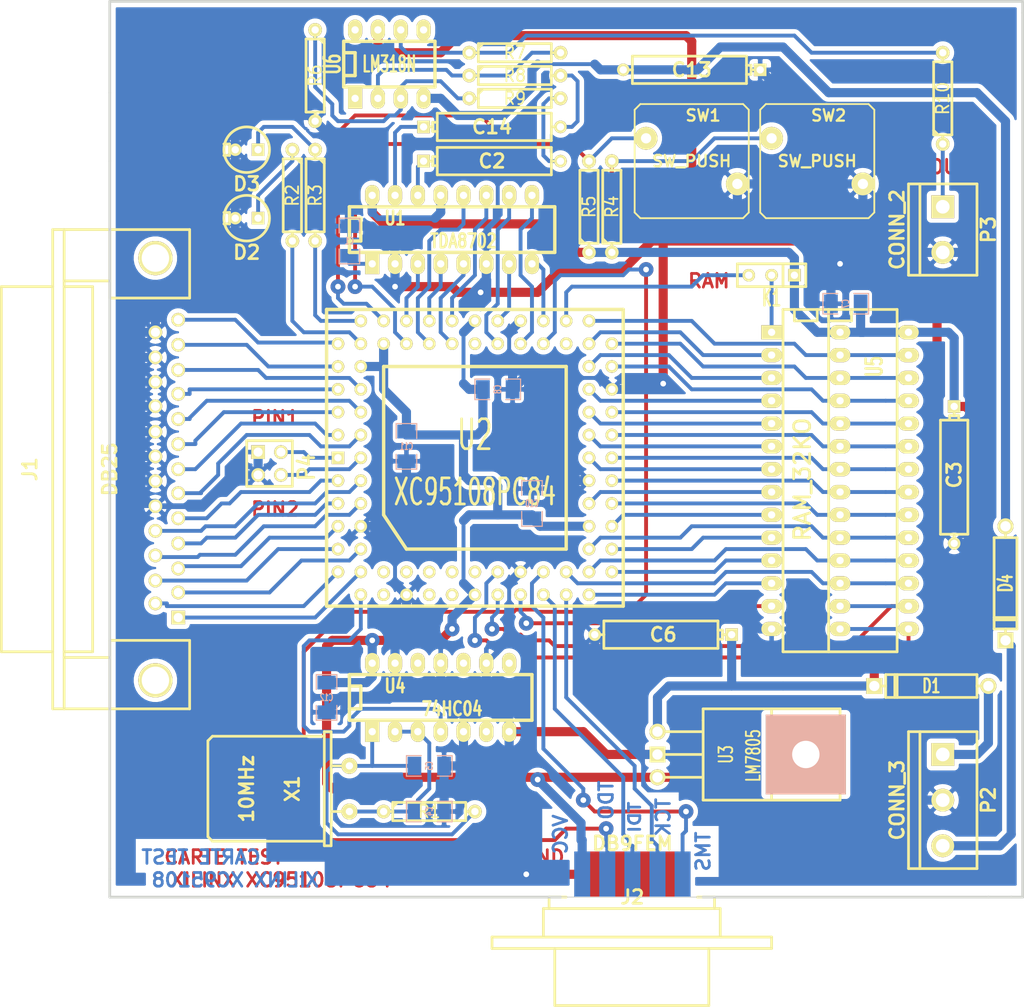
<source format=kicad_pcb>
(kicad_pcb (version 4) (host pcbnew "(2014-07-02 BZR 4969)-product")
  (title_block (title "CARTE TEST XILINX XC95108") (rev 0))
  (layers (0 Dessus signal) (31 Dessous signal) (34 B.Paste user) (35 F.Paste user) (36 B.SilkS user) (37 F.SilkS user) (38 B.Mask user) (39 F.Mask user) (44 Edge.Cuts user))
  (net 0 "")
  (net 1 +12V)
  (net 2 -12V)
  (net 3 /CSMEM)
  (net 4 /DAT0)
  (net 5 /DAT1)
  (net 6 /DAT2)
  (net 7 /DAT3)
  (net 8 /DAT4)
  (net 9 /DAT5)
  (net 10 /DAT6)
  (net 11 /DAT7)
  (net 12 /DCLK)
  (net 13 /LED1)
  (net 14 /LED2)
  (net 15 /MA0)
  (net 16 /MA1)
  (net 17 /MA2)
  (net 18 /MA3)
  (net 19 /MA4)
  (net 20 /MA5)
  (net 21 /MA6)
  (net 22 /MA7)
  (net 23 /MD0)
  (net 24 /MD1)
  (net 25 /MD10)
  (net 26 /MD11)
  (net 27 /MD12)
  (net 28 /MD13)
  (net 29 /MD14)
  (net 30 /MD2)
  (net 31 /MD3)
  (net 32 /MD4)
  (net 33 /MD5)
  (net 34 /MD6)
  (net 35 /MD7)
  (net 36 /MD8)
  (net 37 /MD9)
  (net 38 /OEMEM)
  (net 39 /PARBUS0)
  (net 40 /PARBUS1)
  (net 41 /PARBUS2)
  (net 42 /PARBUS3)
  (net 43 /PARBUS4)
  (net 44 /PARBUS5)
  (net 45 /PARBUS6)
  (net 46 /PARBUS7)
  (net 47 /PAR_AUX0/STROBE*)
  (net 48 /PAR_AUX1/ERROR*)
  (net 49 /PAR_AUX2/AUTOLF*)
  (net 50 /PAR_AUX3/SELECT*)
  (net 51 /PAR_AUX4/PE)
  (net 52 /PAR_AUX5/BUSY*)
  (net 53 /PAR_AUX6/ACK)
  (net 54 /PAR_AUX7/INIT)
  (net 55 /PAR_AUX8/SELECT)
  (net 56 /PIN_TEST0)
  (net 57 /PIN_TEST1)
  (net 58 /R/W-A14)
  (net 59 /SW0)
  (net 60 /SW1)
  (net 61 /TCK)
  (net 62 /TDI)
  (net 63 /TDO)
  (net 64 /TMS)
  (net 65 /XIN/CLK)
  (net 66 GND)
  (net 67 "Net-(C1-Pad1)")
  (net 68 "Net-(C14-Pad1)")
  (net 69 "Net-(C14-Pad2)")
  (net 70 "Net-(C2-Pad1)")
  (net 71 "Net-(C2-Pad2)")
  (net 72 "Net-(C4-Pad1)")
  (net 73 "Net-(C5-Pad1)")
  (net 74 "Net-(D1-Pad1)")
  (net 75 "Net-(D2-Pad1)")
  (net 76 "Net-(D3-Pad1)")
  (net 77 "Net-(D4-Pad2)")
  (net 78 "Net-(K1-Pad2)")
  (net 79 "Net-(P3-Pad1)")
  (net 80 "Net-(R10-Pad2)")
  (net 81 "Net-(R6-Pad1)")
  (net 82 "Net-(R7-Pad2)")
  (net 83 VCC)
  (module 28DIP-ELL300-600 (layer Dessus) (at 175.895 89.535 270)
    (fp_text reference U5 (at -12.7 -3.81 270) (layer F.SilkS) (effects (font (size 1.778 1.143) (thickness 0.28702))))
    (fp_text value RAM_32KO (at -0.127 4.191 270) (layer F.SilkS) (effects (font (size 1.778 1.778) (thickness 0.3048))))
    (pad 1 thru_hole rect (at -16.51 7.62 270) (size 1.5748 2.286) (drill 0.8128) (layers *.Cu *.Mask F.SilkS) (net 78 "Net-(K1-Pad2)"))
    (pad 2 thru_hole oval (at -13.97 7.62 270) (size 1.5748 2.286) (drill 0.8128) (layers *.Cu *.Mask F.SilkS) (net 27 /MD12))
    (pad 3 thru_hole oval (at -11.43 7.62 270) (size 1.5748 2.286) (drill 0.8128) (layers *.Cu *.Mask F.SilkS) (net 35 /MD7))
    (pad 4 thru_hole oval (at -8.89 7.62 270) (size 1.5748 2.286) (drill 0.8128) (layers *.Cu *.Mask F.SilkS) (net 34 /MD6))
    (pad 5 thru_hole oval (at -6.35 7.62 270) (size 1.5748 2.286) (drill 0.8128) (layers *.Cu *.Mask F.SilkS) (net 33 /MD5))
    (pad 6 thru_hole oval (at -3.81 7.62 270) (size 1.5748 2.286) (drill 0.8128) (layers *.Cu *.Mask F.SilkS) (net 32 /MD4))
    (pad 7 thru_hole oval (at -1.27 7.62 270) (size 1.5748 2.286) (drill 0.8128) (layers *.Cu *.Mask F.SilkS) (net 31 /MD3))
    (pad 8 thru_hole oval (at 1.27 7.62 270) (size 1.5748 2.286) (drill 0.8128) (layers *.Cu *.Mask F.SilkS) (net 30 /MD2))
    (pad 9 thru_hole oval (at 3.81 7.62 270) (size 1.5748 2.286) (drill 0.8128) (layers *.Cu *.Mask F.SilkS) (net 24 /MD1))
    (pad 10 thru_hole oval (at 6.35 7.62 270) (size 1.5748 2.286) (drill 0.8128) (layers *.Cu *.Mask F.SilkS) (net 23 /MD0))
    (pad 11 thru_hole oval (at 8.89 7.62 270) (size 1.5748 2.286) (drill 0.8128) (layers *.Cu *.Mask F.SilkS) (net 15 /MA0))
    (pad 12 thru_hole oval (at 11.43 7.62 270) (size 1.5748 2.286) (drill 0.8128) (layers *.Cu *.Mask F.SilkS) (net 16 /MA1))
    (pad 13 thru_hole oval (at 13.97 7.62 270) (size 1.5748 2.286) (drill 0.8128) (layers *.Cu *.Mask F.SilkS) (net 17 /MA2))
    (pad 14 thru_hole oval (at 16.51 7.62 270) (size 1.5748 2.286) (drill 0.8128) (layers *.Cu *.Mask F.SilkS) (net 66 GND))
    (pad 15 thru_hole oval (at 16.51 -7.62 270) (size 1.5748 2.286) (drill 0.8128) (layers *.Cu *.Mask F.SilkS) (net 18 /MA3))
    (pad 16 thru_hole oval (at 13.97 -7.62 270) (size 1.5748 2.286) (drill 0.8128) (layers *.Cu *.Mask F.SilkS) (net 19 /MA4))
    (pad 17 thru_hole oval (at 11.43 -7.62 270) (size 1.5748 2.286) (drill 0.8128) (layers *.Cu *.Mask F.SilkS) (net 20 /MA5))
    (pad 18 thru_hole oval (at 8.89 -7.62 270) (size 1.5748 2.286) (drill 0.8128) (layers *.Cu *.Mask F.SilkS) (net 21 /MA6))
    (pad 19 thru_hole oval (at 6.35 -7.62 270) (size 1.5748 2.286) (drill 0.8128) (layers *.Cu *.Mask F.SilkS) (net 22 /MA7))
    (pad 20 thru_hole oval (at 3.81 -7.62 270) (size 1.5748 2.286) (drill 0.8128) (layers *.Cu *.Mask F.SilkS) (net 3 /CSMEM))
    (pad 21 thru_hole oval (at 1.27 -7.62 270) (size 1.5748 2.286) (drill 0.8128) (layers *.Cu *.Mask F.SilkS) (net 25 /MD10))
    (pad 22 thru_hole oval (at -1.27 -7.62 270) (size 1.5748 2.286) (drill 0.8128) (layers *.Cu *.Mask F.SilkS) (net 38 /OEMEM))
    (pad 23 thru_hole oval (at -3.81 -7.62 270) (size 1.5748 2.286) (drill 0.8128) (layers *.Cu *.Mask F.SilkS) (net 26 /MD11))
    (pad 24 thru_hole oval (at -6.35 -7.62 270) (size 1.5748 2.286) (drill 0.8128) (layers *.Cu *.Mask F.SilkS) (net 37 /MD9))
    (pad 25 thru_hole oval (at -8.89 -7.62 270) (size 1.5748 2.286) (drill 0.8128) (layers *.Cu *.Mask F.SilkS) (net 36 /MD8))
    (pad 26 thru_hole oval (at -11.43 -7.62 270) (size 1.5748 2.286) (drill 0.8128) (layers *.Cu *.Mask F.SilkS) (net 28 /MD13))
    (pad 27 thru_hole oval (at -13.97 -7.62 270) (size 1.5748 2.286) (drill 0.8128) (layers *.Cu *.Mask F.SilkS) (net 58 /R/W-A14))
    (pad 28 thru_hole oval (at -16.51 -7.62 270) (size 1.5748 2.286) (drill 0.8128) (layers *.Cu *.Mask F.SilkS) (net 83 VCC))
    (pad 15 thru_hole oval (at 16.51 0 270) (size 1.5748 2.286) (drill 0.8128) (layers *.Cu *.Mask F.SilkS) (net 18 /MA3))
    (pad 16 thru_hole oval (at 13.97 0 270) (size 1.5748 2.286) (drill 0.8128) (layers *.Cu *.Mask F.SilkS) (net 19 /MA4))
    (pad 17 thru_hole oval (at 11.43 0 270) (size 1.5748 2.286) (drill 0.8128) (layers *.Cu *.Mask F.SilkS) (net 20 /MA5))
    (pad 18 thru_hole oval (at 8.89 0 270) (size 1.5748 2.286) (drill 0.8128) (layers *.Cu *.Mask F.SilkS) (net 21 /MA6))
    (pad 19 thru_hole oval (at 6.35 0 270) (size 1.5748 2.286) (drill 0.8128) (layers *.Cu *.Mask F.SilkS) (net 22 /MA7))
    (pad 20 thru_hole oval (at 3.81 0 270) (size 1.5748 2.286) (drill 0.8128) (layers *.Cu *.Mask F.SilkS) (net 3 /CSMEM))
    (pad 21 thru_hole oval (at 1.27 0 270) (size 1.5748 2.286) (drill 0.8128) (layers *.Cu *.Mask F.SilkS) (net 25 /MD10))
    (pad 22 thru_hole oval (at -1.27 0 270) (size 1.5748 2.286) (drill 0.8128) (layers *.Cu *.Mask F.SilkS) (net 38 /OEMEM))
    (pad 23 thru_hole oval (at -3.81 0 270) (size 1.5748 2.286) (drill 0.8128) (layers *.Cu *.Mask F.SilkS) (net 26 /MD11))
    (pad 24 thru_hole oval (at -6.35 0 270) (size 1.5748 2.286) (drill 0.8128) (layers *.Cu *.Mask F.SilkS) (net 37 /MD9))
    (pad 25 thru_hole oval (at -8.89 0 270) (size 1.5748 2.286) (drill 0.8128) (layers *.Cu *.Mask F.SilkS) (net 36 /MD8))
    (pad 26 thru_hole oval (at -11.43 0 270) (size 1.5748 2.286) (drill 0.8128) (layers *.Cu *.Mask F.SilkS) (net 28 /MD13))
    (pad 27 thru_hole oval (at -13.97 0 270) (size 1.5748 2.286) (drill 0.8128) (layers *.Cu *.Mask F.SilkS) (net 58 /R/W-A14))
    (pad 28 thru_hole oval (at -16.51 0 270) (size 1.5748 2.286) (drill 0.8128) (layers *.Cu *.Mask F.SilkS) (net 83 VCC))
  )
  (module DB9F_CI_INVERT (layer Dessus) (at 152.781 135.89 180)
    (fp_text reference J2 (at 0 0 180) (layer F.SilkS) (effects (font (thickness 0.3048))))
    (fp_text value DB9FEM (at 0 5.969 180) (layer F.SilkS) (effects (font (thickness 0.3048))))
    (pad 2 connect rect (at 2.794 2.54 180) (size 1.778 5.08) (layers Dessous B.Mask) (net 63 /TDO))
    (pad 3 connect rect (at 0 2.54 180) (size 1.778 5.08) (layers Dessous B.Mask) (net 62 /TDI))
    (pad 4 connect rect (at -2.794 2.54 180) (size 1.778 5.08) (layers Dessous B.Mask) (net 61 /TCK))
    (pad 5 connect rect (at -5.588 2.54 180) (size 1.778 5.08) (layers Dessous B.Mask) (net 64 /TMS))
    (pad 1 connect rect (at 5.588 2.54 180) (size 1.778 5.08) (layers Dessous B.Mask) (net 83 VCC))
    (pad 9 connect rect (at -4.191 2.54 180) (size 1.778 5.08) (layers Dessus F.Mask) (net 66 GND))
    (pad 8 connect rect (at -1.397 2.54 180) (size 1.778 5.08) (layers Dessus F.Mask) (net 66 GND))
    (pad 7 connect rect (at 1.397 2.54 180) (size 1.778 5.08) (layers Dessus F.Mask) (net 66 GND))
    (pad 6 connect rect (at 4.191 2.54 180) (size 1.778 5.08) (layers Dessus F.Mask) (net 66 GND))
  )
  (module bornier3 (layer Dessus) (at 187.325 125.095 270)
    (fp_text reference P2 (at 0 -5.08 270) (layer F.SilkS) (effects (font (thickness 0.3048))))
    (fp_text value CONN_3 (at 0 5.08 270) (layer F.SilkS) (effects (font (thickness 0.3048))))
    (pad 1 thru_hole rect (at -5.08 0 270) (size 2.54 2.54) (drill 1.524) (layers *.Cu *.Mask F.SilkS) (net 74 "Net-(D1-Pad1)"))
    (pad 2 thru_hole circle (at 0 0 270) (size 2.54 2.54) (drill 1.524) (layers *.Cu *.Mask F.SilkS) (net 66 GND))
    (pad 3 thru_hole circle (at 5.08 0 270) (size 2.54 2.54) (drill 1.524) (layers *.Cu *.Mask F.SilkS) (net 77 "Net-(D4-Pad2)"))
  )
  (module R4 (layer Dessus) (at 117.475 44.45 270)
    (fp_text reference R6 (at 0 0 270) (layer F.SilkS) (effects (font (size 1.397 1.27) (thickness 0.2032))))
    (fp_text value 1,1k hide)
    (pad 1 thru_hole circle (at -5.08 0 270) (size 1.524 1.524) (drill 0.8128) (layers *.Cu *.Mask F.SilkS) (net 81 "Net-(R6-Pad1)"))
    (pad 2 thru_hole circle (at 5.08 0 270) (size 1.524 1.524) (drill 0.8128) (layers *.Cu *.Mask F.SilkS) (net 66 GND))
  )
  (module R4 (layer Dessus) (at 139.7 41.91)
    (fp_text reference R7 (at 0 0) (layer F.SilkS) (effects (font (size 1.397 1.27) (thickness 0.2032))))
    (fp_text value 1,1K hide)
    (pad 1 thru_hole circle (at -5.08 0) (size 1.524 1.524) (drill 0.8128) (layers *.Cu *.Mask F.SilkS) (net 80 "Net-(R10-Pad2)"))
    (pad 2 thru_hole circle (at 5.08 0) (size 1.524 1.524) (drill 0.8128) (layers *.Cu *.Mask F.SilkS) (net 82 "Net-(R7-Pad2)"))
  )
  (module R4 (layer Dessus) (at 187.325 46.99 90)
    (fp_text reference R10 (at 0 0 90) (layer F.SilkS) (effects (font (size 1.397 1.27) (thickness 0.2032))))
    (fp_text value 75 hide)
    (pad 1 thru_hole circle (at -5.08 0 90) (size 1.524 1.524) (drill 0.8128) (layers *.Cu *.Mask F.SilkS) (net 79 "Net-(P3-Pad1)"))
    (pad 2 thru_hole circle (at 5.08 0 90) (size 1.524 1.524) (drill 0.8128) (layers *.Cu *.Mask F.SilkS) (net 80 "Net-(R10-Pad2)"))
  )
  (module R4 (layer Dessus) (at 139.7 46.99)
    (fp_text reference R9 (at 0 0) (layer F.SilkS) (effects (font (size 1.397 1.27) (thickness 0.2032))))
    (fp_text value 2,2K hide)
    (pad 1 thru_hole circle (at -5.08 0) (size 1.524 1.524) (drill 0.8128) (layers *.Cu *.Mask F.SilkS) (net 81 "Net-(R6-Pad1)"))
    (pad 2 thru_hole circle (at 5.08 0) (size 1.524 1.524) (drill 0.8128) (layers *.Cu *.Mask F.SilkS) (net 71 "Net-(C2-Pad2)"))
  )
  (module R4 (layer Dessus) (at 139.7 44.45)
    (fp_text reference R8 (at 0 0) (layer F.SilkS) (effects (font (size 1.397 1.27) (thickness 0.2032))))
    (fp_text value 2,2K hide)
    (pad 1 thru_hole circle (at -5.08 0) (size 1.524 1.524) (drill 0.8128) (layers *.Cu *.Mask F.SilkS) (net 82 "Net-(R7-Pad2)"))
    (pad 2 thru_hole circle (at 5.08 0) (size 1.524 1.524) (drill 0.8128) (layers *.Cu *.Mask F.SilkS) (net 69 "Net-(C14-Pad2)"))
  )
  (module D5 (layer Dessus) (at 194.31 100.965 270)
    (fp_text reference D4 (at 0 0 270) (layer F.SilkS) (effects (font (size 1.524 1.016) (thickness 0.254))))
    (fp_text value 1N4004 hide)
    (pad 1 thru_hole circle (at -6.35 0 270) (size 1.778 1.778) (drill 1.143) (layers *.Cu *.Mask F.SilkS) (net 2 -12V))
    (pad 2 thru_hole rect (at 6.35 0 270) (size 1.778 1.778) (drill 1.143) (layers *.Cu *.Mask F.SilkS) (net 77 "Net-(D4-Pad2)"))
  )
  (module CP6 (layer Dessus) (at 159.385 43.815 180)
    (fp_text reference C13 (at 0 0 180) (layer F.SilkS) (effects (font (thickness 0.3048))))
    (fp_text value 10uF hide)
    (pad 1 thru_hole rect (at -7.62 0 180) (size 1.397 1.397) (drill 0.8128) (layers *.Cu *.Mask F.SilkS) (net 66 GND))
    (pad 2 thru_hole circle (at 7.62 0 180) (size 1.397 1.397) (drill 0.8128) (layers *.Cu *.Mask F.SilkS) (net 2 -12V))
  )
  (module CP6 (layer Dessus) (at 137.16 50.165)
    (fp_text reference C14 (at 0 0) (layer F.SilkS) (effects (font (thickness 0.3048))))
    (fp_text value 10uF hide)
    (pad 1 thru_hole rect (at -7.62 0) (size 1.397 1.397) (drill 0.8128) (layers *.Cu *.Mask F.SilkS) (net 68 "Net-(C14-Pad1)"))
    (pad 2 thru_hole circle (at 7.62 0) (size 1.397 1.397) (drill 0.8128) (layers *.Cu *.Mask F.SilkS) (net 69 "Net-(C14-Pad2)"))
  )
  (module 8DIP-ELL300 (layer Dessus) (at 125.73 43.18)
    (fp_text reference U6 (at -6.35 0 90) (layer F.SilkS) (effects (font (size 1.778 1.143) (thickness 0.28702))))
    (fp_text value LM318N (at 0 0) (layer F.SilkS) (effects (font (size 1.778 1.016) (thickness 0.254))))
    (pad 1 thru_hole rect (at -3.81 3.81) (size 1.5748 2.286) (drill 0.8128) (layers *.Cu *.Mask F.SilkS))
    (pad 2 thru_hole oval (at -1.27 3.81) (size 1.5748 2.286) (drill 0.8128) (layers *.Cu *.Mask F.SilkS) (net 82 "Net-(R7-Pad2)"))
    (pad 3 thru_hole oval (at 1.27 3.81) (size 1.5748 2.286) (drill 0.8128) (layers *.Cu *.Mask F.SilkS) (net 81 "Net-(R6-Pad1)"))
    (pad 4 thru_hole oval (at 3.81 3.81) (size 1.5748 2.286) (drill 0.8128) (layers *.Cu *.Mask F.SilkS) (net 2 -12V))
    (pad 5 thru_hole oval (at 3.81 -3.81) (size 1.5748 2.286) (drill 0.8128) (layers *.Cu *.Mask F.SilkS))
    (pad 6 thru_hole oval (at 1.27 -3.81) (size 1.5748 2.286) (drill 0.8128) (layers *.Cu *.Mask F.SilkS) (net 80 "Net-(R10-Pad2)"))
    (pad 7 thru_hole oval (at -1.27 -3.81) (size 1.5748 2.286) (drill 0.8128) (layers *.Cu *.Mask F.SilkS) (net 1 +12V))
    (pad 8 thru_hole oval (at -3.81 -3.81) (size 1.5748 2.286) (drill 0.8128) (layers *.Cu *.Mask F.SilkS))
  )
  (module head_2x2 (layer Dessus) (at 112.395 87.63 270)
    (fp_text reference P4 (at 0.4064 -4.1148 270) (layer F.SilkS) (effects (font (size 1.778 1.524) (thickness 0.3048))))
    (fp_text value CONN_2X2 hide)
    (pad 1 thru_hole rect (at -1.27 1.27 270) (size 1.524 1.524) (drill 1.016) (layers *.Cu *.Mask F.SilkS) (net 66 GND))
    (pad 2 thru_hole circle (at -1.27 -1.27 270) (size 1.524 1.524) (drill 1.016) (layers *.Cu *.Mask F.SilkS) (net 56 /PIN_TEST0))
    (pad 3 thru_hole circle (at 1.27 1.27 270) (size 1.524 1.524) (drill 1.016) (layers *.Cu *.Mask F.SilkS) (net 66 GND))
    (pad 4 thru_hole circle (at 1.27 -1.27 270) (size 1.524 1.524) (drill 1.016) (layers *.Cu *.Mask F.SilkS) (net 57 /PIN_TEST1))
  )
  (module R4 (layer Dessus) (at 150.495 59.055 90)
    (fp_text reference R4 (at 0 0 90) (layer F.SilkS) (effects (font (size 1.397 1.27) (thickness 0.2032))))
    (fp_text value 4,7K hide)
    (pad 1 thru_hole circle (at -5.08 0 90) (size 1.524 1.524) (drill 0.8128) (layers *.Cu *.Mask F.SilkS) (net 83 VCC))
    (pad 2 thru_hole circle (at 5.08 0 90) (size 1.524 1.524) (drill 0.8128) (layers *.Cu *.Mask F.SilkS) (net 60 /SW1))
  )
  (module R4 (layer Dessus) (at 147.955 59.055 90)
    (fp_text reference R5 (at 0 0 90) (layer F.SilkS) (effects (font (size 1.397 1.27) (thickness 0.2032))))
    (fp_text value 4,7K hide)
    (pad 1 thru_hole circle (at -5.08 0 90) (size 1.524 1.524) (drill 0.8128) (layers *.Cu *.Mask F.SilkS) (net 83 VCC))
    (pad 2 thru_hole circle (at 5.08 0 90) (size 1.524 1.524) (drill 0.8128) (layers *.Cu *.Mask F.SilkS) (net 59 /SW0))
  )
  (module R4 (layer Dessus) (at 114.935 57.785 270)
    (fp_text reference R2 (at 0 0 270) (layer F.SilkS) (effects (font (size 1.397 1.27) (thickness 0.2032))))
    (fp_text value 330 hide)
    (pad 1 thru_hole circle (at -5.08 0 270) (size 1.524 1.524) (drill 0.8128) (layers *.Cu *.Mask F.SilkS) (net 75 "Net-(D2-Pad1)"))
    (pad 2 thru_hole circle (at 5.08 0 270) (size 1.524 1.524) (drill 0.8128) (layers *.Cu *.Mask F.SilkS) (net 13 /LED1))
  )
  (module R4 (layer Dessus) (at 117.475 57.785 270)
    (fp_text reference R3 (at 0 0 270) (layer F.SilkS) (effects (font (size 1.397 1.27) (thickness 0.2032))))
    (fp_text value 330 hide)
    (pad 1 thru_hole circle (at -5.08 0 270) (size 1.524 1.524) (drill 0.8128) (layers *.Cu *.Mask F.SilkS) (net 76 "Net-(D3-Pad1)"))
    (pad 2 thru_hole circle (at 5.08 0 270) (size 1.524 1.524) (drill 0.8128) (layers *.Cu *.Mask F.SilkS) (net 14 /LED2))
  )
  (module LEDV (layer Dessus) (at 109.855 60.325 180)
    (fp_text reference D2 (at 0 -3.81 180) (layer F.SilkS) (effects (font (thickness 0.3048))))
    (fp_text value LED hide)
    (pad 1 thru_hole rect (at -1.27 0 180) (size 1.397 1.397) (drill 0.8128) (layers *.Cu *.Mask F.SilkS) (net 75 "Net-(D2-Pad1)"))
    (pad 2 thru_hole circle (at 1.27 0 180) (size 1.397 1.397) (drill 0.8128) (layers *.Cu *.Mask F.SilkS) (net 66 GND))
  )
  (module LEDV (layer Dessus) (at 109.855 52.705 180)
    (fp_text reference D3 (at 0 -3.81 180) (layer F.SilkS) (effects (font (thickness 0.3048))))
    (fp_text value LED hide)
    (pad 1 thru_hole rect (at -1.27 0 180) (size 1.397 1.397) (drill 0.8128) (layers *.Cu *.Mask F.SilkS) (net 76 "Net-(D3-Pad1)"))
    (pad 2 thru_hole circle (at 1.27 0 180) (size 1.397 1.397) (drill 0.8128) (layers *.Cu *.Mask F.SilkS) (net 66 GND))
  )
  (module bornier2 (layer Dessus) (at 187.325 61.595 270)
    (fp_text reference P3 (at 0 -5.08 270) (layer F.SilkS) (effects (font (thickness 0.3048))))
    (fp_text value CONN_2 (at 0 5.08 270) (layer F.SilkS) (effects (font (thickness 0.3048))))
    (pad 1 thru_hole rect (at -2.54 0 270) (size 2.54 2.54) (drill 1.524) (layers *.Cu *.Mask F.SilkS) (net 79 "Net-(P3-Pad1)"))
    (pad 2 thru_hole circle (at 2.54 0 270) (size 2.54 2.54) (drill 1.524) (layers *.Cu *.Mask F.SilkS) (net 66 GND))
  )
  (module SM1206 (layer Dessous) (at 130.175 121.285)
    (fp_text reference C5 (at 0 0 270) (layer B.SilkS) (effects (font (size 0.762 0.508) (thickness 0.127)) (justify mirror)))
    (fp_text value 22pF hide)
    (pad 1 smd rect (at -1.651 0) (size 1.524 2.032) (layers Dessous B.Paste B.Mask) (net 73 "Net-(C5-Pad1)"))
    (pad 2 smd rect (at 1.651 0) (size 1.524 2.032) (layers Dessous B.Paste B.Mask) (net 66 GND))
  )
  (module SM1206 (layer Dessous) (at 137.795 79.375)
    (fp_text reference C8 (at 0 0 270) (layer B.SilkS) (effects (font (size 0.762 0.508) (thickness 0.127)) (justify mirror)))
    (fp_text value 100nF hide)
    (pad 1 smd rect (at -1.651 0) (size 1.524 2.032) (layers Dessous B.Paste B.Mask) (net 83 VCC))
    (pad 2 smd rect (at 1.651 0) (size 1.524 2.032) (layers Dessous B.Paste B.Mask) (net 66 GND))
  )
  (module SM1206 (layer Dessous) (at 141.605 92.075 90)
    (fp_text reference C10 (at 0 0 360) (layer B.SilkS) (effects (font (size 0.762 0.508) (thickness 0.127)) (justify mirror)))
    (fp_text value 100nF hide)
    (pad 1 smd rect (at -1.651 0 90) (size 1.524 2.032) (layers Dessous B.Paste B.Mask) (net 83 VCC))
    (pad 2 smd rect (at 1.651 0 90) (size 1.524 2.032) (layers Dessous B.Paste B.Mask) (net 66 GND))
  )
  (module SM1206 (layer Dessous) (at 127.635 85.725 270)
    (fp_text reference C11 (at 0 0 540) (layer B.SilkS) (effects (font (size 0.762 0.508) (thickness 0.127)) (justify mirror)))
    (fp_text value 100nF hide)
    (pad 1 smd rect (at -1.651 0 270) (size 1.524 2.032) (layers Dessous B.Paste B.Mask) (net 83 VCC))
    (pad 2 smd rect (at 1.651 0 270) (size 1.524 2.032) (layers Dessous B.Paste B.Mask) (net 66 GND))
  )
  (module SM1206 (layer Dessous) (at 176.53 69.85 180)
    (fp_text reference C7 (at 0 0 450) (layer B.SilkS) (effects (font (size 0.762 0.508) (thickness 0.127)) (justify mirror)))
    (fp_text value 100nF hide)
    (pad 1 smd rect (at -1.651 0 180) (size 1.524 2.032) (layers Dessous B.Paste B.Mask) (net 83 VCC))
    (pad 2 smd rect (at 1.651 0 180) (size 1.524 2.032) (layers Dessous B.Paste B.Mask) (net 66 GND))
  )
  (module SM1206 (layer Dessous) (at 118.745 113.665 270)
    (fp_text reference C12 (at 0 0 540) (layer B.SilkS) (effects (font (size 0.762 0.508) (thickness 0.127)) (justify mirror)))
    (fp_text value 100nF hide)
    (pad 1 smd rect (at -1.651 0 270) (size 1.524 2.032) (layers Dessous B.Paste B.Mask) (net 83 VCC))
    (pad 2 smd rect (at 1.651 0 270) (size 1.524 2.032) (layers Dessous B.Paste B.Mask) (net 66 GND))
  )
  (module SM1206 (layer Dessous) (at 121.285 62.865 90)
    (fp_text reference C1 (at 0 0 360) (layer B.SilkS) (effects (font (size 0.762 0.508) (thickness 0.127)) (justify mirror)))
    (fp_text value 100nF hide)
    (pad 1 smd rect (at -1.651 0 90) (size 1.524 2.032) (layers Dessous B.Paste B.Mask) (net 67 "Net-(C1-Pad1)"))
    (pad 2 smd rect (at 1.651 0 90) (size 1.524 2.032) (layers Dessous B.Paste B.Mask) (net 66 GND))
  )
  (module SM1206 (layer Dessous) (at 130.175 126.365)
    (fp_text reference C4 (at 0 0 270) (layer B.SilkS) (effects (font (size 0.762 0.508) (thickness 0.127)) (justify mirror)))
    (fp_text value 22pF hide)
    (pad 1 smd rect (at -1.651 0) (size 1.524 2.032) (layers Dessous B.Paste B.Mask) (net 72 "Net-(C4-Pad1)"))
    (pad 2 smd rect (at 1.651 0) (size 1.524 2.032) (layers Dessous B.Paste B.Mask) (net 66 GND))
  )
  (module SIL-3 (layer Dessus) (at 168.275 66.675 180)
    (fp_text reference K1 (at 0 -2.54 180) (layer F.SilkS) (effects (font (size 1.7907 1.07696) (thickness 0.26924))))
    (fp_text value CONN_3 hide)
    (pad 1 thru_hole rect (at -2.54 0 180) (size 1.397 1.397) (drill 0.8128) (layers *.Cu *.Mask F.SilkS) (net 83 VCC))
    (pad 2 thru_hole circle (at 0 0 180) (size 1.397 1.397) (drill 0.8128) (layers *.Cu *.Mask F.SilkS) (net 78 "Net-(K1-Pad2)"))
    (pad 3 thru_hole circle (at 2.54 0 180) (size 1.397 1.397) (drill 0.8128) (layers *.Cu *.Mask F.SilkS) (net 29 /MD14))
  )
  (module R4 (layer Dessus) (at 130.175 126.365)
    (fp_text reference R1 (at 0 0) (layer F.SilkS) (effects (font (size 1.397 1.27) (thickness 0.2032))))
    (fp_text value 100K hide)
    (pad 1 thru_hole circle (at -5.08 0) (size 1.524 1.524) (drill 0.8128) (layers *.Cu *.Mask F.SilkS) (net 72 "Net-(C4-Pad1)"))
    (pad 2 thru_hole circle (at 5.08 0) (size 1.524 1.524) (drill 0.8128) (layers *.Cu *.Mask F.SilkS) (net 73 "Net-(C5-Pad1)"))
  )
  (module LM78XX (layer Dessus) (at 155.575 120.015)
    (fp_text reference U3 (at 7.62 0 90) (layer F.SilkS) (effects (font (size 1.524 1.016) (thickness 0.2032))))
    (fp_text value LM7805 (at 10.668 0.127 90) (layer F.SilkS) (effects (font (size 1.524 1.016) (thickness 0.2032))))
    (pad 4 thru_hole rect (at 16.51 0) (size 8.89 8.89) (drill 3.048) (layers *.Cu *.SilkS *.Mask))
    (pad VI thru_hole circle (at 0 -2.54) (size 1.778 1.778) (drill 1.143) (layers *.Cu *.Mask F.SilkS) (net 1 +12V))
    (pad GND thru_hole rect (at 0 0) (size 1.778 1.778) (drill 1.143) (layers *.Cu *.Mask F.SilkS) (net 66 GND))
    (pad VO thru_hole circle (at 0 2.54) (size 1.778 1.778) (drill 1.143) (layers *.Cu *.Mask F.SilkS) (net 83 VCC))
  )
  (module HC-18UH (layer Dessus) (at 121.285 123.825 270)
    (fp_text reference X1 (at 0 6.35 270) (layer F.SilkS) (effects (font (thickness 0.3048))))
    (fp_text value 10MHz (at 0 11.43 270) (layer F.SilkS) (effects (font (thickness 0.3048))))
    (pad 1 thru_hole circle (at -2.54 0 270) (size 1.778 1.778) (drill 0.8128) (layers *.Cu *.Mask F.SilkS) (net 73 "Net-(C5-Pad1)"))
    (pad 2 thru_hole circle (at 2.54 0 270) (size 1.778 1.778) (drill 0.8128) (layers *.Cu *.Mask F.SilkS) (net 72 "Net-(C4-Pad1)"))
  )
  (module DB25FC (layer Dessus) (at 100.965 88.265 90)
    (fp_text reference J1 (at 0 -15.24 90) (layer F.SilkS) (effects (font (thickness 0.3048))))
    (fp_text value DB25 (at 0 -6.35 90) (layer F.SilkS) (effects (font (thickness 0.3048))))
    (pad "" thru_hole circle (at 23.495 -1.27 90) (size 3.81 3.81) (drill 3.048) (layers *.Cu *.Mask F.SilkS))
    (pad "" thru_hole circle (at -23.495 -1.27 90) (size 3.81 3.81) (drill 3.048) (layers *.Cu *.Mask F.SilkS))
    (pad 1 thru_hole rect (at -16.51 1.27 90) (size 1.524 1.524) (drill 1.016) (layers *.Cu *.Mask F.SilkS) (net 47 /PAR_AUX0/STROBE*))
    (pad 2 thru_hole circle (at -13.716 1.27 90) (size 1.524 1.524) (drill 1.016) (layers *.Cu *.Mask F.SilkS) (net 39 /PARBUS0))
    (pad 3 thru_hole circle (at -11.049 1.27 90) (size 1.524 1.524) (drill 1.016) (layers *.Cu *.Mask F.SilkS) (net 40 /PARBUS1))
    (pad 4 thru_hole circle (at -8.255 1.27 90) (size 1.524 1.524) (drill 1.016) (layers *.Cu *.Mask F.SilkS) (net 41 /PARBUS2))
    (pad 5 thru_hole circle (at -5.461 1.27 90) (size 1.524 1.524) (drill 1.016) (layers *.Cu *.Mask F.SilkS) (net 42 /PARBUS3))
    (pad 6 thru_hole circle (at -2.667 1.27 90) (size 1.524 1.524) (drill 1.016) (layers *.Cu *.Mask F.SilkS) (net 43 /PARBUS4))
    (pad 7 thru_hole circle (at 0 1.27 90) (size 1.524 1.524) (drill 1.016) (layers *.Cu *.Mask F.SilkS) (net 44 /PARBUS5))
    (pad 8 thru_hole circle (at 2.794 1.27 90) (size 1.524 1.524) (drill 1.016) (layers *.Cu *.Mask F.SilkS) (net 45 /PARBUS6))
    (pad 9 thru_hole circle (at 5.588 1.27 90) (size 1.524 1.524) (drill 1.016) (layers *.Cu *.Mask F.SilkS) (net 46 /PARBUS7))
    (pad 10 thru_hole circle (at 8.382 1.27 90) (size 1.524 1.524) (drill 1.016) (layers *.Cu *.Mask F.SilkS) (net 53 /PAR_AUX6/ACK))
    (pad 11 thru_hole circle (at 11.049 1.27 90) (size 1.524 1.524) (drill 1.016) (layers *.Cu *.Mask F.SilkS) (net 52 /PAR_AUX5/BUSY*))
    (pad 12 thru_hole circle (at 13.843 1.27 90) (size 1.524 1.524) (drill 1.016) (layers *.Cu *.Mask F.SilkS) (net 51 /PAR_AUX4/PE))
    (pad 13 thru_hole circle (at 16.637 1.27 90) (size 1.524 1.524) (drill 1.016) (layers *.Cu *.Mask F.SilkS) (net 50 /PAR_AUX3/SELECT*))
    (pad 14 thru_hole circle (at -14.9352 -1.27 90) (size 1.524 1.524) (drill 1.016) (layers *.Cu *.Mask F.SilkS) (net 49 /PAR_AUX2/AUTOLF*))
    (pad 15 thru_hole circle (at -12.3952 -1.27 90) (size 1.524 1.524) (drill 1.016) (layers *.Cu *.Mask F.SilkS) (net 48 /PAR_AUX1/ERROR*))
    (pad 16 thru_hole circle (at -9.6012 -1.27 90) (size 1.524 1.524) (drill 1.016) (layers *.Cu *.Mask F.SilkS) (net 54 /PAR_AUX7/INIT))
    (pad 17 thru_hole circle (at -6.858 -1.27 90) (size 1.524 1.524) (drill 1.016) (layers *.Cu *.Mask F.SilkS) (net 55 /PAR_AUX8/SELECT))
    (pad 18 thru_hole circle (at -4.1148 -1.27 90) (size 1.524 1.524) (drill 1.016) (layers *.Cu *.Mask F.SilkS) (net 66 GND))
    (pad 19 thru_hole circle (at -1.3208 -1.27 90) (size 1.524 1.524) (drill 1.016) (layers *.Cu *.Mask F.SilkS) (net 66 GND))
    (pad 20 thru_hole circle (at 1.4224 -1.27 90) (size 1.524 1.524) (drill 1.016) (layers *.Cu *.Mask F.SilkS) (net 66 GND))
    (pad 21 thru_hole circle (at 4.1656 -1.27 90) (size 1.524 1.524) (drill 1.016) (layers *.Cu *.Mask F.SilkS) (net 66 GND))
    (pad 22 thru_hole circle (at 7.0104 -1.27 90) (size 1.524 1.524) (drill 1.016) (layers *.Cu *.Mask F.SilkS) (net 66 GND))
    (pad 23 thru_hole circle (at 9.7028 -1.27 90) (size 1.524 1.524) (drill 1.016) (layers *.Cu *.Mask F.SilkS) (net 66 GND))
    (pad 24 thru_hole circle (at 12.446 -1.27 90) (size 1.524 1.524) (drill 1.016) (layers *.Cu *.Mask F.SilkS) (net 66 GND))
    (pad 25 thru_hole circle (at 15.24 -1.27 90) (size 1.524 1.524) (drill 1.016) (layers *.Cu *.Mask F.SilkS) (net 66 GND))
  )
  (module D5 (layer Dessus) (at 186.055 112.395 180)
    (fp_text reference D1 (at 0 0 180) (layer F.SilkS) (effects (font (size 1.524 1.016) (thickness 0.254))))
    (fp_text value 1N4004 hide)
    (pad 1 thru_hole circle (at -6.35 0 180) (size 1.778 1.778) (drill 1.143) (layers *.Cu *.Mask F.SilkS) (net 74 "Net-(D1-Pad1)"))
    (pad 2 thru_hole rect (at 6.35 0 180) (size 1.778 1.778) (drill 1.143) (layers *.Cu *.Mask F.SilkS) (net 1 +12V))
  )
  (module CP6 (layer Dessus) (at 137.16 53.975)
    (fp_text reference C2 (at 0 0) (layer F.SilkS) (effects (font (thickness 0.3048))))
    (fp_text value 10uF hide)
    (pad 1 thru_hole rect (at -7.62 0) (size 1.397 1.397) (drill 0.8128) (layers *.Cu *.Mask F.SilkS) (net 70 "Net-(C2-Pad1)"))
    (pad 2 thru_hole circle (at 7.62 0) (size 1.397 1.397) (drill 0.8128) (layers *.Cu *.Mask F.SilkS) (net 71 "Net-(C2-Pad2)"))
  )
  (module CP6 (layer Dessus) (at 156.21 106.68 180)
    (fp_text reference C6 (at 0 0 180) (layer F.SilkS) (effects (font (thickness 0.3048))))
    (fp_text value 47uF hide)
    (pad 1 thru_hole rect (at -7.62 0 180) (size 1.397 1.397) (drill 0.8128) (layers *.Cu *.Mask F.SilkS) (net 1 +12V))
    (pad 2 thru_hole circle (at 7.62 0 180) (size 1.397 1.397) (drill 0.8128) (layers *.Cu *.Mask F.SilkS) (net 66 GND))
  )
  (module CP6 (layer Dessus) (at 188.595 88.9 270)
    (fp_text reference C3 (at 0 0 270) (layer F.SilkS) (effects (font (thickness 0.3048))))
    (fp_text value 10uF hide)
    (pad 1 thru_hole rect (at -7.62 0 270) (size 1.397 1.397) (drill 0.8128) (layers *.Cu *.Mask F.SilkS) (net 83 VCC))
    (pad 2 thru_hole circle (at 7.62 0 270) (size 1.397 1.397) (drill 0.8128) (layers *.Cu *.Mask F.SilkS) (net 66 GND))
  )
  (module 16DIP-ELL300 (layer Dessus) (at 132.715 61.595)
    (fp_text reference U1 (at -6.35 -1.27) (layer F.SilkS) (effects (font (size 1.524 1.143) (thickness 0.28702))))
    (fp_text value TDA8702 (at 1.27 1.27) (layer F.SilkS) (effects (font (size 1.524 1.143) (thickness 0.28702))))
    (pad 1 thru_hole rect (at -8.89 3.81) (size 1.5748 2.286) (drill 0.8128) (layers *.Cu *.Mask F.SilkS) (net 67 "Net-(C1-Pad1)"))
    (pad 2 thru_hole oval (at -6.35 3.81) (size 1.5748 2.286) (drill 0.8128) (layers *.Cu *.Mask F.SilkS) (net 66 GND))
    (pad 3 thru_hole oval (at -3.81 3.81) (size 1.5748 2.286) (drill 0.8128) (layers *.Cu *.Mask F.SilkS) (net 6 /DAT2))
    (pad 4 thru_hole oval (at -1.27 3.81) (size 1.5748 2.286) (drill 0.8128) (layers *.Cu *.Mask F.SilkS) (net 7 /DAT3))
    (pad 5 thru_hole oval (at 1.27 3.81) (size 1.5748 2.286) (drill 0.8128) (layers *.Cu *.Mask F.SilkS) (net 12 /DCLK))
    (pad 6 thru_hole oval (at 3.81 3.81) (size 1.5748 2.286) (drill 0.8128) (layers *.Cu *.Mask F.SilkS) (net 66 GND))
    (pad 7 thru_hole oval (at 6.35 3.81) (size 1.5748 2.286) (drill 0.8128) (layers *.Cu *.Mask F.SilkS) (net 11 /DAT7))
    (pad 8 thru_hole oval (at 8.89 3.81) (size 1.5748 2.286) (drill 0.8128) (layers *.Cu *.Mask F.SilkS) (net 10 /DAT6))
    (pad 9 thru_hole oval (at 8.89 -3.81) (size 1.5748 2.286) (drill 0.8128) (layers *.Cu *.Mask F.SilkS) (net 9 /DAT5))
    (pad 10 thru_hole oval (at 6.35 -3.81) (size 1.5748 2.286) (drill 0.8128) (layers *.Cu *.Mask F.SilkS) (net 8 /DAT4))
    (pad 11 thru_hole oval (at 3.81 -3.81) (size 1.5748 2.286) (drill 0.8128) (layers *.Cu *.Mask F.SilkS) (net 5 /DAT1))
    (pad 12 thru_hole oval (at 1.27 -3.81) (size 1.5748 2.286) (drill 0.8128) (layers *.Cu *.Mask F.SilkS) (net 4 /DAT0))
    (pad 13 thru_hole oval (at -1.27 -3.81) (size 1.5748 2.286) (drill 0.8128) (layers *.Cu *.Mask F.SilkS) (net 83 VCC))
    (pad 14 thru_hole oval (at -3.81 -3.81) (size 1.5748 2.286) (drill 0.8128) (layers *.Cu *.Mask F.SilkS) (net 70 "Net-(C2-Pad1)"))
    (pad 15 thru_hole oval (at -6.35 -3.81) (size 1.5748 2.286) (drill 0.8128) (layers *.Cu *.Mask F.SilkS) (net 68 "Net-(C14-Pad1)"))
    (pad 16 thru_hole oval (at -8.89 -3.81) (size 1.5748 2.286) (drill 0.8128) (layers *.Cu *.Mask F.SilkS) (net 83 VCC))
  )
  (module 14DIP-ELL300 (layer Dessus) (at 131.445 113.665)
    (fp_text reference U4 (at -5.08 -1.27) (layer F.SilkS) (effects (font (size 1.524 1.143) (thickness 0.28702))))
    (fp_text value 74HC04 (at 1.27 1.27) (layer F.SilkS) (effects (font (size 1.524 1.143) (thickness 0.28702))))
    (pad 1 thru_hole rect (at -7.62 3.81) (size 1.5748 2.286) (drill 0.8128) (layers *.Cu *.Mask F.SilkS) (net 73 "Net-(C5-Pad1)"))
    (pad 2 thru_hole oval (at -5.08 3.81) (size 1.5748 2.286) (drill 0.8128) (layers *.Cu *.Mask F.SilkS) (net 72 "Net-(C4-Pad1)"))
    (pad 3 thru_hole oval (at -2.54 3.81) (size 1.5748 2.286) (drill 0.8128) (layers *.Cu *.Mask F.SilkS) (net 72 "Net-(C4-Pad1)"))
    (pad 4 thru_hole oval (at 0 3.81) (size 1.5748 2.286) (drill 0.8128) (layers *.Cu *.Mask F.SilkS) (net 65 /XIN/CLK))
    (pad 5 thru_hole oval (at 2.54 3.81) (size 1.5748 2.286) (drill 0.8128) (layers *.Cu *.Mask F.SilkS) (net 66 GND))
    (pad 6 thru_hole oval (at 5.08 3.81) (size 1.5748 2.286) (drill 0.8128) (layers *.Cu *.Mask F.SilkS))
    (pad 7 thru_hole oval (at 7.62 3.81) (size 1.5748 2.286) (drill 0.8128) (layers *.Cu *.Mask F.SilkS) (net 66 GND))
    (pad 8 thru_hole oval (at 7.62 -3.81) (size 1.5748 2.286) (drill 0.8128) (layers *.Cu *.Mask F.SilkS))
    (pad 9 thru_hole oval (at 5.08 -3.81) (size 1.5748 2.286) (drill 0.8128) (layers *.Cu *.Mask F.SilkS) (net 66 GND))
    (pad 10 thru_hole oval (at 2.54 -3.81) (size 1.5748 2.286) (drill 0.8128) (layers *.Cu *.Mask F.SilkS))
    (pad 11 thru_hole oval (at 0 -3.81) (size 1.5748 2.286) (drill 0.8128) (layers *.Cu *.Mask F.SilkS) (net 66 GND))
    (pad 12 thru_hole oval (at -2.54 -3.81) (size 1.5748 2.286) (drill 0.8128) (layers *.Cu *.Mask F.SilkS))
    (pad 13 thru_hole oval (at -5.08 -3.81) (size 1.5748 2.286) (drill 0.8128) (layers *.Cu *.Mask F.SilkS) (net 66 GND))
    (pad 14 thru_hole oval (at -7.62 -3.81) (size 1.5748 2.286) (drill 0.8128) (layers *.Cu *.Mask F.SilkS) (net 83 VCC))
  )
  (module PLCC84 (layer Dessus) (at 135.255 86.995)
    (fp_text reference U2 (at 0 -2.54) (layer F.SilkS) (effects (font (size 3.33756 1.94818) (thickness 0.3048))))
    (fp_text value XC95108PC84 (at 0 3.81) (layer F.SilkS) (effects (font (size 2.90576 1.69672) (thickness 0.3048))))
    (pad 1 thru_hole rect (at -15.24 0) (size 1.397 1.397) (drill 0.8128) (layers *.Cu *.Mask F.SilkS) (net 56 /PIN_TEST0))
    (pad 2 thru_hole circle (at -12.7 0) (size 1.397 1.397) (drill 0.8128) (layers *.Cu *.Mask F.SilkS) (net 57 /PIN_TEST1))
    (pad 3 thru_hole circle (at -15.24 2.54) (size 1.397 1.397) (drill 0.8128) (layers *.Cu *.Mask F.SilkS) (net 42 /PARBUS3))
    (pad 4 thru_hole circle (at -12.7 2.54) (size 1.397 1.397) (drill 0.8128) (layers *.Cu *.Mask F.SilkS) (net 55 /PAR_AUX8/SELECT))
    (pad 5 thru_hole circle (at -15.24 5.08) (size 1.397 1.397) (drill 0.8128) (layers *.Cu *.Mask F.SilkS) (net 41 /PARBUS2))
    (pad 6 thru_hole circle (at -12.7 5.08) (size 1.397 1.397) (drill 0.8128) (layers *.Cu *.Mask F.SilkS) (net 54 /PAR_AUX7/INIT))
    (pad 7 thru_hole circle (at -15.24 7.62) (size 1.397 1.397) (drill 0.8128) (layers *.Cu *.Mask F.SilkS) (net 40 /PARBUS1))
    (pad 8 thru_hole circle (at -12.7 7.62) (size 1.397 1.397) (drill 0.8128) (layers *.Cu *.Mask F.SilkS) (net 66 GND))
    (pad 9 thru_hole circle (at -15.24 10.16) (size 1.397 1.397) (drill 0.8128) (layers *.Cu *.Mask F.SilkS) (net 48 /PAR_AUX1/ERROR*))
    (pad 10 thru_hole circle (at -12.7 10.16) (size 1.397 1.397) (drill 0.8128) (layers *.Cu *.Mask F.SilkS) (net 39 /PARBUS0))
    (pad 11 thru_hole circle (at -15.24 12.7) (size 1.397 1.397) (drill 0.8128) (layers *.Cu *.Mask F.SilkS) (net 49 /PAR_AUX2/AUTOLF*))
    (pad 12 thru_hole circle (at -12.7 15.24) (size 1.397 1.397) (drill 0.8128) (layers *.Cu *.Mask F.SilkS) (net 65 /XIN/CLK))
    (pad 13 thru_hole circle (at -12.7 12.7) (size 1.397 1.397) (drill 0.8128) (layers *.Cu *.Mask F.SilkS) (net 47 /PAR_AUX0/STROBE*))
    (pad 14 thru_hole circle (at -10.16 15.24) (size 1.397 1.397) (drill 0.8128) (layers *.Cu *.Mask F.SilkS))
    (pad 15 thru_hole circle (at -10.16 12.7) (size 1.397 1.397) (drill 0.8128) (layers *.Cu *.Mask F.SilkS))
    (pad 16 thru_hole circle (at -7.62 15.24) (size 1.397 1.397) (drill 0.8128) (layers *.Cu *.Mask F.SilkS) (net 66 GND))
    (pad 17 thru_hole circle (at -7.62 12.7) (size 1.397 1.397) (drill 0.8128) (layers *.Cu *.Mask F.SilkS))
    (pad 18 thru_hole circle (at -5.08 15.24) (size 1.397 1.397) (drill 0.8128) (layers *.Cu *.Mask F.SilkS))
    (pad 19 thru_hole circle (at -5.08 12.7) (size 1.397 1.397) (drill 0.8128) (layers *.Cu *.Mask F.SilkS))
    (pad 20 thru_hole circle (at -2.54 15.24) (size 1.397 1.397) (drill 0.8128) (layers *.Cu *.Mask F.SilkS))
    (pad 21 thru_hole circle (at -2.54 12.7) (size 1.397 1.397) (drill 0.8128) (layers *.Cu *.Mask F.SilkS))
    (pad 22 thru_hole circle (at 0 15.24) (size 1.397 1.397) (drill 0.8128) (layers *.Cu *.Mask F.SilkS) (net 83 VCC))
    (pad 23 thru_hole circle (at 0 12.7) (size 1.397 1.397) (drill 0.8128) (layers *.Cu *.Mask F.SilkS))
    (pad 24 thru_hole circle (at 2.54 15.24) (size 1.397 1.397) (drill 0.8128) (layers *.Cu *.Mask F.SilkS) (net 19 /MA4))
    (pad 25 thru_hole circle (at 2.54 12.7) (size 1.397 1.397) (drill 0.8128) (layers *.Cu *.Mask F.SilkS) (net 18 /MA3))
    (pad 26 thru_hole circle (at 5.08 15.24) (size 1.397 1.397) (drill 0.8128) (layers *.Cu *.Mask F.SilkS) (net 17 /MA2))
    (pad 27 thru_hole circle (at 5.08 12.7) (size 1.397 1.397) (drill 0.8128) (layers *.Cu *.Mask F.SilkS) (net 66 GND))
    (pad 28 thru_hole circle (at 7.62 15.24) (size 1.397 1.397) (drill 0.8128) (layers *.Cu *.Mask F.SilkS) (net 62 /TDI))
    (pad 29 thru_hole circle (at 7.62 12.7) (size 1.397 1.397) (drill 0.8128) (layers *.Cu *.Mask F.SilkS) (net 64 /TMS))
    (pad 30 thru_hole circle (at 10.16 15.24) (size 1.397 1.397) (drill 0.8128) (layers *.Cu *.Mask F.SilkS) (net 61 /TCK))
    (pad 31 thru_hole circle (at 10.16 12.7) (size 1.397 1.397) (drill 0.8128) (layers *.Cu *.Mask F.SilkS) (net 20 /MA5))
    (pad 32 thru_hole circle (at 12.7 15.24) (size 1.397 1.397) (drill 0.8128) (layers *.Cu *.Mask F.SilkS) (net 16 /MA1))
    (pad 33 thru_hole circle (at 15.24 12.7) (size 1.397 1.397) (drill 0.8128) (layers *.Cu *.Mask F.SilkS) (net 15 /MA0))
    (pad 34 thru_hole circle (at 12.7 12.7) (size 1.397 1.397) (drill 0.8128) (layers *.Cu *.Mask F.SilkS) (net 21 /MA6))
    (pad 35 thru_hole circle (at 15.24 10.16) (size 1.397 1.397) (drill 0.8128) (layers *.Cu *.Mask F.SilkS) (net 23 /MD0))
    (pad 36 thru_hole circle (at 12.7 10.16) (size 1.397 1.397) (drill 0.8128) (layers *.Cu *.Mask F.SilkS) (net 22 /MA7))
    (pad 37 thru_hole circle (at 15.24 7.62) (size 1.397 1.397) (drill 0.8128) (layers *.Cu *.Mask F.SilkS) (net 24 /MD1))
    (pad 38 thru_hole circle (at 12.7 7.62) (size 1.397 1.397) (drill 0.8128) (layers *.Cu *.Mask F.SilkS) (net 83 VCC))
    (pad 39 thru_hole circle (at 15.24 5.08) (size 1.397 1.397) (drill 0.8128) (layers *.Cu *.Mask F.SilkS) (net 3 /CSMEM))
    (pad 40 thru_hole circle (at 12.7 5.08) (size 1.397 1.397) (drill 0.8128) (layers *.Cu *.Mask F.SilkS) (net 30 /MD2))
    (pad 41 thru_hole circle (at 15.24 2.54) (size 1.397 1.397) (drill 0.8128) (layers *.Cu *.Mask F.SilkS) (net 25 /MD10))
    (pad 42 thru_hole circle (at 12.7 2.54) (size 1.397 1.397) (drill 0.8128) (layers *.Cu *.Mask F.SilkS) (net 66 GND))
    (pad 43 thru_hole circle (at 15.24 0) (size 1.397 1.397) (drill 0.8128) (layers *.Cu *.Mask F.SilkS) (net 38 /OEMEM))
    (pad 44 thru_hole circle (at 12.7 0) (size 1.397 1.397) (drill 0.8128) (layers *.Cu *.Mask F.SilkS) (net 31 /MD3))
    (pad 45 thru_hole circle (at 15.24 -2.54) (size 1.397 1.397) (drill 0.8128) (layers *.Cu *.Mask F.SilkS) (net 26 /MD11))
    (pad 46 thru_hole circle (at 12.7 -2.54) (size 1.397 1.397) (drill 0.8128) (layers *.Cu *.Mask F.SilkS) (net 32 /MD4))
    (pad 47 thru_hole circle (at 15.24 -5.08) (size 1.397 1.397) (drill 0.8128) (layers *.Cu *.Mask F.SilkS) (net 37 /MD9))
    (pad 48 thru_hole circle (at 12.7 -5.08) (size 1.397 1.397) (drill 0.8128) (layers *.Cu *.Mask F.SilkS) (net 33 /MD5))
    (pad 49 thru_hole circle (at 15.24 -7.62) (size 1.397 1.397) (drill 0.8128) (layers *.Cu *.Mask F.SilkS) (net 66 GND))
    (pad 50 thru_hole circle (at 12.7 -7.62) (size 1.397 1.397) (drill 0.8128) (layers *.Cu *.Mask F.SilkS) (net 34 /MD6))
    (pad 51 thru_hole circle (at 15.24 -10.16) (size 1.397 1.397) (drill 0.8128) (layers *.Cu *.Mask F.SilkS) (net 36 /MD8))
    (pad 52 thru_hole circle (at 12.7 -10.16) (size 1.397 1.397) (drill 0.8128) (layers *.Cu *.Mask F.SilkS) (net 35 /MD7))
    (pad 53 thru_hole circle (at 15.24 -12.7) (size 1.397 1.397) (drill 0.8128) (layers *.Cu *.Mask F.SilkS) (net 28 /MD13))
    (pad 54 thru_hole circle (at 12.7 -15.24) (size 1.397 1.397) (drill 0.8128) (layers *.Cu *.Mask F.SilkS) (net 58 /R/W-A14))
    (pad 55 thru_hole circle (at 12.7 -12.7) (size 1.397 1.397) (drill 0.8128) (layers *.Cu *.Mask F.SilkS) (net 27 /MD12))
    (pad 56 thru_hole circle (at 10.16 -15.24) (size 1.397 1.397) (drill 0.8128) (layers *.Cu *.Mask F.SilkS) (net 29 /MD14))
    (pad 57 thru_hole circle (at 10.16 -12.7) (size 1.397 1.397) (drill 0.8128) (layers *.Cu *.Mask F.SilkS))
    (pad 58 thru_hole circle (at 7.62 -15.24) (size 1.397 1.397) (drill 0.8128) (layers *.Cu *.Mask F.SilkS) (net 10 /DAT6))
    (pad 59 thru_hole circle (at 7.62 -12.7) (size 1.397 1.397) (drill 0.8128) (layers *.Cu *.Mask F.SilkS) (net 63 /TDO))
    (pad 60 thru_hole circle (at 5.08 -15.24) (size 1.397 1.397) (drill 0.8128) (layers *.Cu *.Mask F.SilkS) (net 66 GND))
    (pad 61 thru_hole circle (at 5.08 -12.7) (size 1.397 1.397) (drill 0.8128) (layers *.Cu *.Mask F.SilkS) (net 9 /DAT5))
    (pad 62 thru_hole circle (at 2.54 -15.24) (size 1.397 1.397) (drill 0.8128) (layers *.Cu *.Mask F.SilkS) (net 11 /DAT7))
    (pad 63 thru_hole circle (at 2.54 -12.7) (size 1.397 1.397) (drill 0.8128) (layers *.Cu *.Mask F.SilkS) (net 8 /DAT4))
    (pad 64 thru_hole circle (at 0 -15.24) (size 1.397 1.397) (drill 0.8128) (layers *.Cu *.Mask F.SilkS) (net 83 VCC))
    (pad 65 thru_hole circle (at 0 -12.7) (size 1.397 1.397) (drill 0.8128) (layers *.Cu *.Mask F.SilkS))
    (pad 66 thru_hole circle (at -2.54 -15.24) (size 1.397 1.397) (drill 0.8128) (layers *.Cu *.Mask F.SilkS) (net 5 /DAT1))
    (pad 67 thru_hole circle (at -2.54 -12.7) (size 1.397 1.397) (drill 0.8128) (layers *.Cu *.Mask F.SilkS) (net 12 /DCLK))
    (pad 68 thru_hole circle (at -5.08 -15.24) (size 1.397 1.397) (drill 0.8128) (layers *.Cu *.Mask F.SilkS) (net 7 /DAT3))
    (pad 69 thru_hole circle (at -5.08 -12.7) (size 1.397 1.397) (drill 0.8128) (layers *.Cu *.Mask F.SilkS) (net 4 /DAT0))
    (pad 70 thru_hole circle (at -7.62 -15.24) (size 1.397 1.397) (drill 0.8128) (layers *.Cu *.Mask F.SilkS) (net 6 /DAT2))
    (pad 71 thru_hole circle (at -7.62 -12.7) (size 1.397 1.397) (drill 0.8128) (layers *.Cu *.Mask F.SilkS) (net 60 /SW1))
    (pad 72 thru_hole circle (at -10.16 -15.24) (size 1.397 1.397) (drill 0.8128) (layers *.Cu *.Mask F.SilkS) (net 59 /SW0))
    (pad 73 thru_hole circle (at -10.16 -12.7) (size 1.397 1.397) (drill 0.8128) (layers *.Cu *.Mask F.SilkS) (net 83 VCC))
    (pad 74 thru_hole circle (at -12.7 -15.24) (size 1.397 1.397) (drill 0.8128) (layers *.Cu *.Mask F.SilkS) (net 14 /LED2))
    (pad 75 thru_hole circle (at -15.24 -12.7) (size 1.397 1.397) (drill 0.8128) (layers *.Cu *.Mask F.SilkS) (net 50 /PAR_AUX3/SELECT*))
    (pad 76 thru_hole circle (at -12.7 -12.7) (size 1.397 1.397) (drill 0.8128) (layers *.Cu *.Mask F.SilkS) (net 13 /LED1))
    (pad 77 thru_hole circle (at -15.24 -10.16) (size 1.397 1.397) (drill 0.8128) (layers *.Cu *.Mask F.SilkS) (net 51 /PAR_AUX4/PE))
    (pad 78 thru_hole circle (at -12.7 -10.16) (size 1.397 1.397) (drill 0.8128) (layers *.Cu *.Mask F.SilkS) (net 83 VCC))
    (pad 79 thru_hole circle (at -15.24 -7.62) (size 1.397 1.397) (drill 0.8128) (layers *.Cu *.Mask F.SilkS) (net 53 /PAR_AUX6/ACK))
    (pad 80 thru_hole circle (at -12.7 -7.62) (size 1.397 1.397) (drill 0.8128) (layers *.Cu *.Mask F.SilkS) (net 52 /PAR_AUX5/BUSY*))
    (pad 81 thru_hole circle (at -15.24 -5.08) (size 1.397 1.397) (drill 0.8128) (layers *.Cu *.Mask F.SilkS) (net 45 /PARBUS6))
    (pad 82 thru_hole circle (at -12.7 -5.08) (size 1.397 1.397) (drill 0.8128) (layers *.Cu *.Mask F.SilkS) (net 46 /PARBUS7))
    (pad 83 thru_hole circle (at -15.24 -2.54) (size 1.397 1.397) (drill 0.8128) (layers *.Cu *.Mask F.SilkS) (net 44 /PARBUS5))
    (pad 84 thru_hole circle (at -12.7 -2.54) (size 1.397 1.397) (drill 0.8128) (layers *.Cu *.Mask F.SilkS) (net 43 /PARBUS4))
  )
  (module SW_PUSH (layer Dessus) (at 173.355 53.975)
    (fp_text reference SW2 (at 1.27 -5.08) (layer F.SilkS) (effects (font (size 1.27 1.27) (thickness 0.254))))
    (fp_text value SW_PUSH (at 0 0) (layer F.SilkS) (effects (font (size 1.27 1.27) (thickness 0.254))))
    (pad 1 thru_hole circle (at -5.08 -2.54) (size 2.54 2.54) (drill 1.143) (layers *.Cu *.Mask F.SilkS) (net 60 /SW1))
    (pad 2 thru_hole circle (at 5.08 2.54) (size 2.54 2.54) (drill 1.143) (layers *.Cu *.Mask F.SilkS) (net 66 GND))
  )
  (module SW_PUSH (layer Dessus) (at 159.385 53.975)
    (fp_text reference SW1 (at 1.27 -5.08) (layer F.SilkS) (effects (font (size 1.27 1.27) (thickness 0.254))))
    (fp_text value SW_PUSH (at 0 0) (layer F.SilkS) (effects (font (size 1.27 1.27) (thickness 0.254))))
    (pad 1 thru_hole circle (at -5.08 -2.54) (size 2.54 2.54) (drill 1.143) (layers *.Cu *.Mask F.SilkS) (net 59 /SW0))
    (pad 2 thru_hole circle (at 5.08 2.54) (size 2.54 2.54) (drill 1.143) (layers *.Cu *.Mask F.SilkS) (net 66 GND))
  )
  (gr_line (start 144.78 135.89) (end 160.655 135.89) (angle 90) (layer Edge.Cuts) (width 0.1))
  (gr_text ROM (at 176.53 67.31) (layer Dessus) (effects (font (thickness 0.3048))))
  (gr_text "XILINX XC95108PC84" (at 113.665 133.985) (layer Dessus) (effects (font (thickness 0.3048))))
  (gr_text "CARTE TEST" (at 107.315 131.445) (layer Dessus) (effects (font (thickness 0.3048))))
  (gr_line (start 160.655 135.89) (end 192.405 135.89) (angle 90) (layer Edge.Cuts) (width 0.3048))
  (gr_line (start 94.615 135.89) (end 144.78 135.89) (angle 90) (layer Edge.Cuts) (width 0.3048))
  (gr_line (start 94.615 36.195) (end 94.615 46.355) (angle 90) (layer Edge.Cuts) (width 0.3048))
  (gr_line (start 196.215 36.195) (end 94.615 36.195) (angle 90) (layer Edge.Cuts) (width 0.3048))
  (gr_line (start 196.215 37.465) (end 196.215 36.195) (angle 90) (layer Edge.Cuts) (width 0.3048))
  (gr_line (start 196.215 135.89) (end 194.945 135.89) (angle 90) (layer Edge.Cuts) (width 0.3048))
  (gr_line (start 196.215 37.465) (end 196.215 135.89) (angle 90) (layer Edge.Cuts) (width 0.3048))
  (gr_line (start 192.405 135.89) (end 194.945 135.89) (angle 90) (layer Edge.Cuts) (width 0.3048))
  (gr_line (start 94.615 133.985) (end 94.615 135.89) (angle 90) (layer Edge.Cuts) (width 0.3048))
  (gr_text "XILINX XC95108" (at 108.585 133.985) (layer Dessous) (effects (font (thickness 0.3048)) (justify mirror)))
  (gr_line (start 94.615 132.715) (end 94.615 133.985) (angle 90) (layer Edge.Cuts) (width 0.3048))
  (gr_text PIN2 (at 113.03 92.71) (layer Dessus) (effects (font (thickness 0.3048))))
  (gr_text PIN1 (at 113.03 82.55) (layer Dessus) (effects (font (thickness 0.3048))))
  (gr_text TMS (at 160.655 130.81 90) (layer Dessous) (effects (font (thickness 0.3048)) (justify mirror)))
  (gr_text TCK (at 156.21 127 90) (layer Dessous) (effects (font (thickness 0.3048)) (justify mirror)))
  (gr_text TDI (at 153.035 127 90) (layer Dessous) (effects (font (size 1.27 1.524) (thickness 0.3048)) (justify mirror)))
  (gr_text TDO (at 149.86 125.095 90) (layer Dessous) (effects (font (thickness 0.3048)) (justify mirror)))
  (gr_text GND (at 142.875 131.445) (layer Dessus) (effects (font (thickness 0.3048))))
  (gr_text VCC (at 144.78 128.905 90) (layer Dessous) (effects (font (thickness 0.3048)) (justify mirror)))
  (gr_text "CARTE TEST" (at 104.775 131.445) (layer Dessous) (effects (font (thickness 0.3048)) (justify mirror)))
  (gr_text VOUT (at 187.325 54.61) (layer Dessus) (effects (font (thickness 0.3048))))
  (gr_text GND (at 187.325 68.58) (layer Dessus) (effects (font (thickness 0.3048))))
  (gr_text +12V (at 180.34 118.745) (layer Dessus) (effects (font (thickness 0.3048))))
  (gr_text GND (at 179.705 125.73) (layer Dessus) (effects (font (thickness 0.3048))))
  (gr_text RAM (at 161.29 67.31) (layer Dessus) (effects (font (thickness 0.3048))))
  (gr_line (start 94.615 46.355) (end 94.615 53.975) (angle 90) (layer Edge.Cuts) (width 0.3048))
  (gr_line (start 94.615 53.975) (end 94.615 132.715) (angle 90) (layer Edge.Cuts) (width 0.3048))
  (segment (start 185.42 70.485) (end 173.99 59.055) (width 1.016) (layer Dessus) (net 1))
  (segment (start 156.845 112.395) (end 155.575 113.665) (width 1.016) (layer Dessous) (net 1))
  (segment (start 183.515 110.49) (end 185.42 108.585) (width 1.016) (layer Dessus) (net 1))
  (segment (start 179.705 110.49) (end 183.515 110.49) (width 1.016) (layer Dessus) (net 1))
  (segment (start 169.545 112.395) (end 179.705 112.395) (width 1.016) (layer Dessous) (net 1))
  (segment (start 185.42 108.585) (end 186.69 107.315) (width 1.016) (layer Dessus) (net 1))
  (segment (start 163.83 112.395) (end 156.845 112.395) (width 1.016) (layer Dessous) (net 1))
  (segment (start 186.69 71.755) (end 185.42 70.485) (width 1.016) (layer Dessus) (net 1))
  (segment (start 186.69 107.315) (end 186.69 71.755) (width 1.016) (layer Dessus) (net 1))
  (segment (start 124.46 41.275) (end 124.46 39.37) (width 1.016) (layer Dessus) (net 1))
  (segment (start 125.095 41.91) (end 124.46 41.275) (width 1.016) (layer Dessus) (net 1))
  (segment (start 179.705 112.395) (end 179.705 110.49) (width 1.016) (layer Dessus) (net 1))
  (segment (start 163.83 106.68) (end 163.83 112.395) (width 1.016) (layer Dessous) (net 1))
  (segment (start 133.35 40.005) (end 131.445 41.91) (width 1.016) (layer Dessus) (net 1))
  (segment (start 173.99 59.055) (end 160.02 59.055) (width 1.016) (layer Dessus) (net 1))
  (segment (start 169.545 112.395) (end 163.83 112.395) (width 1.016) (layer Dessous) (net 1))
  (segment (start 159.385 40.64) (end 158.75 40.005) (width 1.016) (layer Dessus) (net 1))
  (segment (start 159.385 58.42) (end 159.385 40.64) (width 1.016) (layer Dessus) (net 1))
  (segment (start 158.75 40.005) (end 133.35 40.005) (width 1.016) (layer Dessus) (net 1))
  (segment (start 155.575 113.665) (end 155.575 117.475) (width 1.016) (layer Dessous) (net 1))
  (segment (start 160.02 59.055) (end 159.385 58.42) (width 1.016) (layer Dessus) (net 1))
  (segment (start 131.445 41.91) (end 125.095 41.91) (width 1.016) (layer Dessus) (net 1))
  (segment (start 162.56 41.275) (end 169.545 41.275) (width 1.016) (layer Dessous) (net 2))
  (segment (start 131.445 46.99) (end 133.35 48.895) (width 1.016) (layer Dessous) (net 2))
  (segment (start 191.135 46.355) (end 191.77 46.99) (width 1.016) (layer Dessous) (net 2))
  (segment (start 141.605 43.815) (end 142.24 43.18) (width 1.016) (layer Dessous) (net 2))
  (segment (start 148.59 43.18) (end 149.225 43.815) (width 1.016) (layer Dessous) (net 2))
  (segment (start 142.24 43.18) (end 148.59 43.18) (width 0.4318) (layer Dessous) (net 2))
  (segment (start 141.605 45.72) (end 141.605 43.815) (width 1.016) (layer Dessous) (net 2))
  (segment (start 133.35 48.895) (end 138.43 48.895) (width 1.016) (layer Dessous) (net 2))
  (segment (start 194.31 49.53) (end 191.77 46.99) (width 1.016) (layer Dessous) (net 2))
  (segment (start 138.43 48.895) (end 141.605 45.72) (width 1.016) (layer Dessous) (net 2))
  (segment (start 151.765 43.815) (end 160.02 43.815) (width 1.016) (layer Dessous) (net 2))
  (segment (start 149.225 43.815) (end 151.765 43.815) (width 1.016) (layer Dessous) (net 2))
  (segment (start 169.545 41.275) (end 174.625 46.355) (width 1.016) (layer Dessous) (net 2))
  (segment (start 160.02 43.815) (end 162.56 41.275) (width 1.016) (layer Dessous) (net 2))
  (segment (start 174.625 46.355) (end 191.135 46.355) (width 1.016) (layer Dessous) (net 2))
  (segment (start 129.54 46.99) (end 131.445 46.99) (width 1.016) (layer Dessous) (net 2))
  (segment (start 194.31 94.615) (end 194.31 49.53) (width 1.016) (layer Dessous) (net 2))
  (segment (start 173.355 93.345) (end 172.085 92.075) (width 0.4318) (layer Dessous) (net 3))
  (segment (start 180.975 93.345) (end 183.515 93.345) (width 0.4318) (layer Dessous) (net 3))
  (segment (start 175.895 93.345) (end 173.355 93.345) (width 0.4318) (layer Dessous) (net 3))
  (segment (start 150.495 92.075) (end 172.085 92.075) (width 0.4318) (layer Dessous) (net 3))
  (segment (start 180.975 93.345) (end 175.895 93.345) (width 0.4318) (layer Dessous) (net 3))
  (segment (start 130.175 67.945) (end 130.175 62.865) (width 0.4318) (layer Dessous) (net 4))
  (segment (start 130.175 74.295) (end 128.905 73.025) (width 0.4318) (layer Dessous) (net 4))
  (segment (start 133.985 60.96) (end 133.985 57.785) (width 0.4318) (layer Dessous) (net 4))
  (segment (start 133.35 61.595) (end 133.985 60.96) (width 0.4318) (layer Dessous) (net 4))
  (segment (start 128.905 73.025) (end 128.905 69.215) (width 0.4318) (layer Dessous) (net 4))
  (segment (start 131.445 61.595) (end 133.35 61.595) (width 0.4318) (layer Dessous) (net 4))
  (segment (start 128.905 69.215) (end 130.175 67.945) (width 0.4318) (layer Dessous) (net 4))
  (segment (start 130.175 62.865) (end 131.445 61.595) (width 0.4318) (layer Dessous) (net 4))
  (segment (start 135.255 61.595) (end 136.525 60.325) (width 0.4318) (layer Dessous) (net 5))
  (segment (start 136.525 57.785) (end 136.525 60.325) (width 0.4318) (layer Dessous) (net 5))
  (segment (start 132.715 69.215) (end 135.255 66.675) (width 0.4318) (layer Dessous) (net 5))
  (segment (start 132.715 69.215) (end 132.715 71.755) (width 0.4318) (layer Dessous) (net 5))
  (segment (start 135.255 61.595) (end 135.255 66.675) (width 0.4318) (layer Dessous) (net 5))
  (segment (start 128.905 65.405) (end 128.905 67.945) (width 0.4318) (layer Dessous) (net 6))
  (segment (start 128.905 67.945) (end 127.635 69.215) (width 0.4318) (layer Dessous) (net 6))
  (segment (start 127.635 69.215) (end 127.635 71.755) (width 0.4318) (layer Dessous) (net 6))
  (segment (start 130.175 71.755) (end 130.175 69.215) (width 0.4318) (layer Dessous) (net 7))
  (segment (start 131.445 67.945) (end 131.445 65.405) (width 0.4318) (layer Dessous) (net 7))
  (segment (start 130.175 69.215) (end 131.445 67.945) (width 0.4318) (layer Dessous) (net 7))
  (segment (start 136.525 73.025) (end 137.795 74.295) (width 0.4318) (layer Dessous) (net 8))
  (segment (start 139.065 60.325) (end 137.795 61.595) (width 0.4318) (layer Dessous) (net 8))
  (segment (start 137.795 69.85) (end 137.795 61.595) (width 0.4318) (layer Dessous) (net 8))
  (segment (start 136.525 71.12) (end 136.525 73.025) (width 0.4318) (layer Dessous) (net 8))
  (segment (start 136.525 71.12) (end 137.795 69.85) (width 0.4318) (layer Dessous) (net 8))
  (segment (start 139.065 57.785) (end 139.065 60.325) (width 0.4318) (layer Dessous) (net 8))
  (segment (start 141.605 57.785) (end 141.605 60.325) (width 0.4318) (layer Dessous) (net 9))
  (segment (start 140.335 74.295) (end 141.605 73.025) (width 0.4318) (layer Dessous) (net 9))
  (segment (start 141.605 73.025) (end 141.605 67.945) (width 0.4318) (layer Dessous) (net 9))
  (segment (start 141.605 67.945) (end 140.335 66.675) (width 0.4318) (layer Dessous) (net 9))
  (segment (start 141.605 60.325) (end 140.335 61.595) (width 0.4318) (layer Dessous) (net 9))
  (segment (start 140.335 61.595) (end 140.335 66.675) (width 0.4318) (layer Dessous) (net 9))
  (segment (start 142.24 65.405) (end 141.605 65.405) (width 0.4318) (layer Dessous) (net 10))
  (segment (start 142.875 66.04) (end 142.24 65.405) (width 0.4318) (layer Dessous) (net 10))
  (segment (start 142.875 71.755) (end 142.875 66.04) (width 0.4318) (layer Dessous) (net 10))
  (segment (start 139.065 65.405) (end 139.065 70.485) (width 0.4318) (layer Dessous) (net 11))
  (segment (start 139.065 70.485) (end 137.795 71.755) (width 0.4318) (layer Dessous) (net 11))
  (segment (start 132.715 74.295) (end 131.445 73.025) (width 0.4318) (layer Dessous) (net 12))
  (segment (start 131.445 73.025) (end 131.445 69.215) (width 0.4318) (layer Dessous) (net 12))
  (segment (start 131.445 69.215) (end 133.985 66.675) (width 0.4318) (layer Dessous) (net 12))
  (segment (start 133.985 66.675) (end 133.985 65.405) (width 0.4318) (layer Dessous) (net 12))
  (segment (start 121.285 73.025) (end 122.555 74.295) (width 0.4318) (layer Dessous) (net 13))
  (segment (start 116.205 73.025) (end 121.285 73.025) (width 0.4318) (layer Dessous) (net 13))
  (segment (start 116.205 73.025) (end 114.935 71.755) (width 0.4318) (layer Dessous) (net 13))
  (segment (start 114.935 62.865) (end 114.935 71.755) (width 0.4318) (layer Dessous) (net 13))
  (segment (start 117.475 71.12) (end 118.11 71.755) (width 0.4318) (layer Dessous) (net 14))
  (segment (start 118.11 71.755) (end 122.555 71.755) (width 0.4318) (layer Dessous) (net 14))
  (segment (start 117.475 62.865) (end 117.475 71.12) (width 0.4318) (layer Dessous) (net 14))
  (segment (start 163.195 98.425) (end 168.275 98.425) (width 0.4318) (layer Dessous) (net 15))
  (segment (start 161.925 99.695) (end 163.195 98.425) (width 0.4318) (layer Dessous) (net 15))
  (segment (start 150.495 99.695) (end 161.925 99.695) (width 0.4318) (layer Dessous) (net 15))
  (segment (start 163.195 100.965) (end 168.275 100.965) (width 0.4318) (layer Dessous) (net 16))
  (segment (start 161.925 102.235) (end 163.195 100.965) (width 0.4318) (layer Dessous) (net 16))
  (segment (start 147.955 102.235) (end 161.925 102.235) (width 0.4318) (layer Dessous) (net 16))
  (segment (start 140.97 104.775) (end 140.97 105.41) (width 0.4318) (layer Dessous) (net 17))
  (segment (start 140.335 104.14) (end 140.97 104.775) (width 0.4318) (layer Dessous) (net 17))
  (segment (start 140.335 102.235) (end 140.335 104.14) (width 0.4318) (layer Dessous) (net 17))
  (segment (start 151.13 105.41) (end 161.925 105.41) (width 0.4318) (layer Dessus) (net 17))
  (segment (start 161.925 105.41) (end 163.83 103.505) (width 0.4318) (layer Dessus) (net 17))
  (via (at 140.97 105.41) (size 1.651) (layers Dessus Dessous) (net 17))
  (segment (start 140.97 105.41) (end 151.13 105.41) (width 0.4318) (layer Dessus) (net 17))
  (segment (start 163.83 103.505) (end 168.275 103.505) (width 0.4318) (layer Dessus) (net 17))
  (segment (start 182.88 109.22) (end 183.515 108.585) (width 0.4318) (layer Dessus) (net 18))
  (via (at 135.255 107.315) (size 1.651) (layers Dessus Dessous) (net 18))
  (segment (start 141.605 109.22) (end 182.88 109.22) (width 0.4318) (layer Dessus) (net 18))
  (segment (start 140.335 107.95) (end 141.605 109.22) (width 0.4318) (layer Dessus) (net 18))
  (segment (start 183.515 108.585) (end 183.515 106.045) (width 0.4318) (layer Dessus) (net 18))
  (segment (start 136.525 103.505) (end 136.525 100.965) (width 0.4318) (layer Dessous) (net 18))
  (segment (start 135.255 104.775) (end 136.525 103.505) (width 0.4318) (layer Dessous) (net 18))
  (segment (start 140.335 107.95) (end 137.16 107.95) (width 0.4318) (layer Dessus) (net 18))
  (segment (start 175.895 106.045) (end 183.515 106.045) (width 0.4318) (layer Dessous) (net 18))
  (segment (start 136.525 107.315) (end 135.255 107.315) (width 0.4318) (layer Dessus) (net 18))
  (segment (start 136.525 100.965) (end 137.795 99.695) (width 0.4318) (layer Dessous) (net 18))
  (segment (start 137.16 107.95) (end 136.525 107.315) (width 0.4318) (layer Dessus) (net 18))
  (segment (start 135.255 107.315) (end 135.255 104.775) (width 0.4318) (layer Dessous) (net 18))
  (segment (start 139.065 106.68) (end 140.335 106.68) (width 0.4318) (layer Dessus) (net 19))
  (segment (start 137.795 104.14) (end 137.16 104.775) (width 0.4318) (layer Dessous) (net 19))
  (segment (start 140.335 106.68) (end 140.97 107.315) (width 0.4318) (layer Dessus) (net 19))
  (via (at 137.16 106.045) (size 1.651) (layers Dessus Dessous) (net 19))
  (segment (start 183.515 103.505) (end 181.61 103.505) (width 0.4318) (layer Dessus) (net 19))
  (segment (start 137.16 104.775) (end 137.16 106.045) (width 0.4318) (layer Dessous) (net 19))
  (segment (start 181.61 103.505) (end 177.165 107.95) (width 0.4318) (layer Dessus) (net 19))
  (segment (start 144.145 107.95) (end 143.51 107.315) (width 0.4318) (layer Dessus) (net 19))
  (segment (start 138.43 106.045) (end 139.065 106.68) (width 0.4318) (layer Dessus) (net 19))
  (segment (start 177.165 107.95) (end 144.145 107.95) (width 0.4318) (layer Dessus) (net 19))
  (segment (start 137.795 104.14) (end 137.795 102.235) (width 0.4318) (layer Dessous) (net 19))
  (segment (start 143.51 107.315) (end 140.97 107.315) (width 0.4318) (layer Dessus) (net 19))
  (segment (start 137.16 106.045) (end 138.43 106.045) (width 0.4318) (layer Dessus) (net 19))
  (segment (start 183.515 103.505) (end 175.895 103.505) (width 0.4318) (layer Dessous) (net 19))
  (segment (start 163.195 99.695) (end 172.72 99.695) (width 0.4318) (layer Dessous) (net 20))
  (segment (start 175.895 100.965) (end 173.99 100.965) (width 0.4318) (layer Dessous) (net 20))
  (segment (start 161.925 100.965) (end 163.195 99.695) (width 0.4318) (layer Dessous) (net 20))
  (segment (start 146.685 100.965) (end 161.925 100.965) (width 0.4318) (layer Dessous) (net 20))
  (segment (start 173.99 100.965) (end 172.72 99.695) (width 0.4318) (layer Dessous) (net 20))
  (segment (start 145.415 99.695) (end 146.685 100.965) (width 0.4318) (layer Dessous) (net 20))
  (segment (start 180.975 100.965) (end 175.895 100.965) (width 0.4318) (layer Dessous) (net 20))
  (segment (start 180.975 100.965) (end 183.515 100.965) (width 0.4318) (layer Dessous) (net 20))
  (segment (start 147.955 99.695) (end 149.225 98.425) (width 0.4318) (layer Dessous) (net 21))
  (segment (start 173.355 98.425) (end 172.085 97.155) (width 0.4318) (layer Dessous) (net 21))
  (segment (start 149.225 98.425) (end 161.925 98.425) (width 0.4318) (layer Dessous) (net 21))
  (segment (start 163.195 97.155) (end 172.085 97.155) (width 0.4318) (layer Dessous) (net 21))
  (segment (start 161.925 98.425) (end 163.195 97.155) (width 0.4318) (layer Dessous) (net 21))
  (segment (start 180.975 98.425) (end 183.515 98.425) (width 0.4318) (layer Dessous) (net 21))
  (segment (start 180.975 98.425) (end 175.895 98.425) (width 0.4318) (layer Dessous) (net 21))
  (segment (start 175.895 98.425) (end 173.355 98.425) (width 0.4318) (layer Dessous) (net 21))
  (segment (start 180.975 95.885) (end 183.515 95.885) (width 0.4318) (layer Dessous) (net 22))
  (segment (start 180.975 95.885) (end 175.895 95.885) (width 0.4318) (layer Dessous) (net 22))
  (segment (start 158.115 95.885) (end 159.385 94.615) (width 0.4318) (layer Dessous) (net 22))
  (segment (start 149.225 95.885) (end 158.115 95.885) (width 0.4318) (layer Dessous) (net 22))
  (segment (start 159.385 94.615) (end 172.085 94.615) (width 0.4318) (layer Dessous) (net 22))
  (segment (start 147.955 97.155) (end 149.225 95.885) (width 0.4318) (layer Dessous) (net 22))
  (segment (start 173.99 95.885) (end 172.72 94.615) (width 0.4318) (layer Dessous) (net 22))
  (segment (start 175.895 95.885) (end 173.99 95.885) (width 0.4318) (layer Dessous) (net 22))
  (segment (start 172.72 94.615) (end 172.085 94.615) (width 0.4318) (layer Dessous) (net 22))
  (segment (start 150.495 97.155) (end 159.385 97.155) (width 0.4318) (layer Dessous) (net 23))
  (segment (start 160.655 95.885) (end 168.275 95.885) (width 0.4318) (layer Dessous) (net 23))
  (segment (start 159.385 97.155) (end 160.655 95.885) (width 0.4318) (layer Dessous) (net 23))
  (segment (start 150.495 94.615) (end 151.765 93.345) (width 0.4318) (layer Dessous) (net 24))
  (segment (start 151.765 93.345) (end 168.275 93.345) (width 0.4318) (layer Dessous) (net 24))
  (segment (start 150.495 89.535) (end 172.72 89.535) (width 0.4318) (layer Dessous) (net 25))
  (segment (start 180.975 90.805) (end 183.515 90.805) (width 0.4318) (layer Dessous) (net 25))
  (segment (start 180.975 90.805) (end 175.895 90.805) (width 0.4318) (layer Dessous) (net 25))
  (segment (start 175.895 90.805) (end 173.99 90.805) (width 0.4318) (layer Dessous) (net 25))
  (segment (start 173.99 90.805) (end 172.72 89.535) (width 0.4318) (layer Dessous) (net 25))
  (segment (start 173.99 85.725) (end 172.72 84.455) (width 0.4318) (layer Dessous) (net 26))
  (segment (start 180.975 85.725) (end 183.515 85.725) (width 0.4318) (layer Dessous) (net 26))
  (segment (start 175.895 85.725) (end 180.975 85.725) (width 0.4318) (layer Dessous) (net 26))
  (segment (start 150.495 84.455) (end 172.72 84.455) (width 0.4318) (layer Dessous) (net 26))
  (segment (start 175.895 85.725) (end 173.99 85.725) (width 0.4318) (layer Dessous) (net 26))
  (segment (start 158.115 73.025) (end 160.655 75.565) (width 0.4318) (layer Dessous) (net 27))
  (segment (start 149.225 73.025) (end 158.115 73.025) (width 0.4318) (layer Dessous) (net 27))
  (segment (start 160.655 75.565) (end 168.275 75.565) (width 0.4318) (layer Dessous) (net 27))
  (segment (start 147.955 74.295) (end 149.225 73.025) (width 0.4318) (layer Dessous) (net 27))
  (segment (start 160.655 76.835) (end 170.815 76.835) (width 0.4318) (layer Dessous) (net 28))
  (segment (start 158.115 74.295) (end 150.495 74.295) (width 0.4318) (layer Dessous) (net 28))
  (segment (start 170.815 76.835) (end 172.085 78.105) (width 0.4318) (layer Dessous) (net 28))
  (segment (start 158.115 74.295) (end 160.655 76.835) (width 0.4318) (layer Dessous) (net 28))
  (segment (start 175.895 78.105) (end 183.515 78.105) (width 0.4318) (layer Dessous) (net 28))
  (segment (start 175.895 78.105) (end 172.085 78.105) (width 0.4318) (layer Dessous) (net 28))
  (segment (start 145.415 71.755) (end 145.415 68.58) (width 0.4318) (layer Dessous) (net 29))
  (segment (start 160.655 66.675) (end 165.735 66.675) (width 0.4318) (layer Dessous) (net 29))
  (segment (start 145.415 68.58) (end 146.05 67.945) (width 0.4318) (layer Dessous) (net 29))
  (segment (start 159.385 67.945) (end 160.655 66.675) (width 0.4318) (layer Dessous) (net 29))
  (segment (start 146.05 67.945) (end 159.385 67.945) (width 0.4318) (layer Dessous) (net 29))
  (segment (start 149.225 90.805) (end 168.275 90.805) (width 0.4318) (layer Dessous) (net 30))
  (segment (start 147.955 92.075) (end 149.225 90.805) (width 0.4318) (layer Dessous) (net 30))
  (segment (start 147.955 86.995) (end 149.225 88.265) (width 0.4318) (layer Dessous) (net 31))
  (segment (start 149.225 88.265) (end 168.275 88.265) (width 0.4318) (layer Dessous) (net 31))
  (segment (start 168.275 85.725) (end 149.225 85.725) (width 0.4318) (layer Dessous) (net 32))
  (segment (start 149.225 85.725) (end 147.955 84.455) (width 0.4318) (layer Dessous) (net 32))
  (segment (start 168.275 83.185) (end 149.225 83.185) (width 0.4318) (layer Dessous) (net 33))
  (segment (start 149.225 83.185) (end 147.955 81.915) (width 0.4318) (layer Dessous) (net 33))
  (segment (start 149.225 80.645) (end 168.275 80.645) (width 0.4318) (layer Dessous) (net 34))
  (segment (start 147.955 79.375) (end 149.225 80.645) (width 0.4318) (layer Dessous) (net 34))
  (segment (start 168.275 78.105) (end 159.385 78.105) (width 0.4318) (layer Dessous) (net 35))
  (segment (start 159.385 78.105) (end 156.845 75.565) (width 0.4318) (layer Dessous) (net 35))
  (segment (start 156.845 75.565) (end 149.225 75.565) (width 0.4318) (layer Dessous) (net 35))
  (segment (start 149.225 75.565) (end 147.955 76.835) (width 0.4318) (layer Dessous) (net 35))
  (segment (start 150.495 76.835) (end 156.845 76.835) (width 0.4318) (layer Dessous) (net 36))
  (segment (start 175.895 80.645) (end 180.975 80.645) (width 0.4318) (layer Dessous) (net 36))
  (segment (start 180.975 80.645) (end 183.515 80.645) (width 0.4318) (layer Dessous) (net 36))
  (segment (start 175.895 80.645) (end 173.99 80.645) (width 0.4318) (layer Dessous) (net 36))
  (segment (start 156.845 76.835) (end 159.385 79.375) (width 0.4318) (layer Dessous) (net 36))
  (segment (start 173.99 80.645) (end 172.72 79.375) (width 0.4318) (layer Dessous) (net 36))
  (segment (start 159.385 79.375) (end 172.72 79.375) (width 0.4318) (layer Dessous) (net 36))
  (segment (start 180.975 83.185) (end 183.515 83.185) (width 0.4318) (layer Dessous) (net 37))
  (segment (start 175.895 83.185) (end 180.975 83.185) (width 0.4318) (layer Dessous) (net 37))
  (segment (start 175.895 83.185) (end 173.99 83.185) (width 0.4318) (layer Dessous) (net 37))
  (segment (start 150.495 81.915) (end 172.72 81.915) (width 0.4318) (layer Dessous) (net 37))
  (segment (start 173.99 83.185) (end 172.72 81.915) (width 0.4318) (layer Dessous) (net 37))
  (segment (start 180.975 88.265) (end 175.895 88.265) (width 0.4318) (layer Dessous) (net 38))
  (segment (start 175.895 88.265) (end 173.99 88.265) (width 0.4318) (layer Dessous) (net 38))
  (segment (start 150.495 86.995) (end 172.72 86.995) (width 0.4318) (layer Dessous) (net 38))
  (segment (start 180.975 88.265) (end 183.515 88.265) (width 0.4318) (layer Dessous) (net 38))
  (segment (start 173.99 88.265) (end 172.72 86.995) (width 0.4318) (layer Dessous) (net 38))
  (segment (start 102.235 101.981) (end 112.395 101.981) (width 0.4318) (layer Dessous) (net 39))
  (segment (start 112.395 101.981) (end 115.951 98.425) (width 0.4318) (layer Dessous) (net 39))
  (segment (start 121.285 98.425) (end 122.555 97.155) (width 0.4318) (layer Dessous) (net 39))
  (segment (start 115.951 98.425) (end 121.285 98.425) (width 0.4318) (layer Dessous) (net 39))
  (segment (start 112.395 95.885) (end 118.745 95.885) (width 0.4318) (layer Dessous) (net 40))
  (segment (start 118.745 95.885) (end 120.015 94.615) (width 0.4318) (layer Dessous) (net 40))
  (segment (start 112.395 95.885) (end 109.22 99.06) (width 0.4318) (layer Dessous) (net 40))
  (segment (start 102.235 99.06) (end 102.235 99.314) (width 0.4318) (layer Dessous) (net 40))
  (segment (start 109.22 99.06) (end 102.235 99.06) (width 0.4318) (layer Dessous) (net 40))
  (segment (start 111.125 93.345) (end 117.475 93.345) (width 0.4318) (layer Dessous) (net 41))
  (segment (start 104.775 96.52) (end 105.41 95.885) (width 0.4318) (layer Dessous) (net 41))
  (segment (start 105.41 95.885) (end 108.585 95.885) (width 0.4318) (layer Dessous) (net 41))
  (segment (start 108.585 95.885) (end 111.125 93.345) (width 0.4318) (layer Dessous) (net 41))
  (segment (start 118.745 92.075) (end 120.015 92.075) (width 0.4318) (layer Dessous) (net 41))
  (segment (start 102.235 96.52) (end 104.775 96.52) (width 0.4318) (layer Dessous) (net 41))
  (segment (start 117.475 93.345) (end 118.745 92.075) (width 0.4318) (layer Dessous) (net 41))
  (segment (start 107.061 92.075) (end 107.95 92.075) (width 0.4318) (layer Dessous) (net 42))
  (segment (start 116.84 90.805) (end 118.11 89.535) (width 0.4318) (layer Dessous) (net 42))
  (segment (start 107.95 92.075) (end 109.22 90.805) (width 0.4318) (layer Dessous) (net 42))
  (segment (start 105.41 93.726) (end 107.061 92.075) (width 0.4318) (layer Dessous) (net 42))
  (segment (start 109.22 90.805) (end 116.84 90.805) (width 0.4318) (layer Dessous) (net 42))
  (segment (start 118.11 89.535) (end 120.015 89.535) (width 0.4318) (layer Dessous) (net 42))
  (segment (start 102.235 93.726) (end 105.41 93.726) (width 0.4318) (layer Dessous) (net 42))
  (segment (start 102.235 90.932) (end 104.775 90.932) (width 0.4318) (layer Dessous) (net 43))
  (segment (start 104.775 90.805) (end 106.68 88.9) (width 0.4318) (layer Dessous) (net 43))
  (segment (start 116.84 84.455) (end 118.11 85.725) (width 0.4318) (layer Dessous) (net 43))
  (segment (start 118.11 85.725) (end 121.285 85.725) (width 0.4318) (layer Dessous) (net 43))
  (segment (start 106.68 87.63) (end 109.855 84.455) (width 0.4318) (layer Dessous) (net 43))
  (segment (start 109.855 84.455) (end 116.84 84.455) (width 0.4318) (layer Dessous) (net 43))
  (segment (start 104.775 90.932) (end 104.775 90.805) (width 0.4318) (layer Dessous) (net 43))
  (segment (start 106.68 88.9) (end 106.68 87.63) (width 0.4318) (layer Dessous) (net 43))
  (segment (start 121.285 85.725) (end 122.555 84.455) (width 0.4318) (layer Dessous) (net 43))
  (segment (start 117.475 83.185) (end 118.745 84.455) (width 0.4318) (layer Dessous) (net 44))
  (segment (start 104.14 88.265) (end 109.22 83.185) (width 0.4318) (layer Dessous) (net 44))
  (segment (start 118.745 84.455) (end 120.015 84.455) (width 0.4318) (layer Dessous) (net 44))
  (segment (start 102.235 88.265) (end 104.14 88.265) (width 0.4318) (layer Dessous) (net 44))
  (segment (start 109.22 83.185) (end 117.475 83.185) (width 0.4318) (layer Dessous) (net 44))
  (segment (start 104.14 85.471) (end 104.14 85.09) (width 0.4318) (layer Dessous) (net 45))
  (segment (start 102.235 85.471) (end 104.14 85.471) (width 0.4318) (layer Dessous) (net 45))
  (segment (start 104.14 85.09) (end 107.315 81.915) (width 0.4318) (layer Dessous) (net 45))
  (segment (start 107.315 81.915) (end 120.015 81.915) (width 0.4318) (layer Dessous) (net 45))
  (segment (start 121.285 80.645) (end 122.555 81.915) (width 0.4318) (layer Dessous) (net 46))
  (segment (start 105.41 80.645) (end 121.285 80.645) (width 0.4318) (layer Dessous) (net 46))
  (segment (start 103.505 82.677) (end 103.505 82.55) (width 0.4318) (layer Dessous) (net 46))
  (segment (start 102.235 82.677) (end 103.505 82.677) (width 0.4318) (layer Dessous) (net 46))
  (segment (start 103.505 82.55) (end 105.41 80.645) (width 0.4318) (layer Dessous) (net 46))
  (segment (start 102.235 104.775) (end 117.475 104.775) (width 0.4318) (layer Dessous) (net 47))
  (segment (start 117.475 104.775) (end 122.555 99.695) (width 0.4318) (layer Dessous) (net 47))
  (segment (start 109.855 100.6602) (end 113.3602 97.155) (width 0.4318) (layer Dessous) (net 48))
  (segment (start 99.695 100.6602) (end 109.855 100.6602) (width 0.4318) (layer Dessous) (net 48))
  (segment (start 113.3602 97.155) (end 120.015 97.155) (width 0.4318) (layer Dessous) (net 48))
  (segment (start 99.695 103.2002) (end 100.965 103.2002) (width 0.4318) (layer Dessous) (net 49))
  (segment (start 100.965 103.2002) (end 100.965 103.505) (width 0.4318) (layer Dessous) (net 49))
  (segment (start 116.205 103.505) (end 120.015 99.695) (width 0.4318) (layer Dessous) (net 49))
  (segment (start 100.965 103.505) (end 116.205 103.505) (width 0.4318) (layer Dessous) (net 49))
  (segment (start 120.015 74.168) (end 120.015 74.295) (width 0.4318) (layer Dessous) (net 50))
  (segment (start 111.125 74.168) (end 120.015 74.168) (width 0.4318) (layer Dessous) (net 50))
  (segment (start 108.585 71.628) (end 111.125 74.168) (width 0.4318) (layer Dessous) (net 50))
  (segment (start 102.235 71.628) (end 108.585 71.628) (width 0.4318) (layer Dessous) (net 50))
  (segment (start 102.235 74.422) (end 109.855 74.422) (width 0.4318) (layer Dessous) (net 51))
  (segment (start 112.268 76.835) (end 120.015 76.835) (width 0.4318) (layer Dessous) (net 51))
  (segment (start 109.855 74.422) (end 112.268 76.835) (width 0.4318) (layer Dessous) (net 51))
  (segment (start 121.285 78.105) (end 122.555 79.375) (width 0.4318) (layer Dessous) (net 52))
  (segment (start 102.235 77.216) (end 111.125 77.216) (width 0.4318) (layer Dessous) (net 52))
  (segment (start 111.125 77.216) (end 112.014 78.105) (width 0.4318) (layer Dessous) (net 52))
  (segment (start 112.014 78.105) (end 121.285 78.105) (width 0.4318) (layer Dessous) (net 52))
  (segment (start 103.505 79.883) (end 103.505 79.375) (width 0.4318) (layer Dessous) (net 53))
  (segment (start 102.235 79.883) (end 103.505 79.883) (width 0.4318) (layer Dessous) (net 53))
  (segment (start 103.505 79.375) (end 120.015 79.375) (width 0.4318) (layer Dessous) (net 53))
  (segment (start 111.76 94.615) (end 117.475 94.615) (width 0.4318) (layer Dessous) (net 54))
  (segment (start 99.695 97.8662) (end 99.8728 98.044) (width 0.4318) (layer Dessous) (net 54))
  (segment (start 99.8728 98.044) (end 104.394 98.044) (width 0.4318) (layer Dessous) (net 54))
  (segment (start 118.745 93.345) (end 121.285 93.345) (width 0.4318) (layer Dessous) (net 54))
  (segment (start 121.285 93.345) (end 122.555 92.075) (width 0.4318) (layer Dessous) (net 54))
  (segment (start 104.394 98.044) (end 104.648 97.79) (width 0.4318) (layer Dessous) (net 54))
  (segment (start 118.745 93.345) (end 117.475 94.615) (width 0.4318) (layer Dessous) (net 54))
  (segment (start 108.585 97.79) (end 111.76 94.615) (width 0.4318) (layer Dessous) (net 54))
  (segment (start 104.648 97.79) (end 108.585 97.79) (width 0.4318) (layer Dessous) (net 54))
  (segment (start 104.775 95.123) (end 105.283 94.615) (width 0.4318) (layer Dessous) (net 55))
  (segment (start 108.585 94.615) (end 111.125 92.075) (width 0.4318) (layer Dessous) (net 55))
  (segment (start 121.285 90.805) (end 122.555 89.535) (width 0.4318) (layer Dessous) (net 55))
  (segment (start 118.745 90.805) (end 121.285 90.805) (width 0.4318) (layer Dessous) (net 55))
  (segment (start 117.475 92.075) (end 118.745 90.805) (width 0.4318) (layer Dessous) (net 55))
  (segment (start 111.125 92.075) (end 117.475 92.075) (width 0.4318) (layer Dessous) (net 55))
  (segment (start 99.695 95.123) (end 104.775 95.123) (width 0.4318) (layer Dessous) (net 55))
  (segment (start 105.283 94.615) (end 108.585 94.615) (width 0.4318) (layer Dessous) (net 55))
  (segment (start 116.84 86.995) (end 120.015 86.995) (width 0.4318) (layer Dessous) (net 56))
  (segment (start 116.205 86.36) (end 116.84 86.995) (width 0.4318) (layer Dessous) (net 56))
  (segment (start 113.665 86.36) (end 116.205 86.36) (width 0.4318) (layer Dessous) (net 56))
  (segment (start 113.665 88.9) (end 116.205 88.9) (width 0.4318) (layer Dessous) (net 57))
  (segment (start 121.285 88.265) (end 122.555 86.995) (width 0.4318) (layer Dessous) (net 57))
  (segment (start 116.84 88.265) (end 121.285 88.265) (width 0.4318) (layer Dessous) (net 57))
  (segment (start 116.205 88.9) (end 116.84 88.265) (width 0.4318) (layer Dessous) (net 57))
  (segment (start 175.895 75.565) (end 172.085 75.565) (width 0.4318) (layer Dessous) (net 58))
  (segment (start 170.815 74.295) (end 161.925 74.295) (width 0.4318) (layer Dessous) (net 58))
  (segment (start 159.385 71.755) (end 147.955 71.755) (width 0.4318) (layer Dessous) (net 58))
  (segment (start 170.815 74.295) (end 172.085 75.565) (width 0.4318) (layer Dessous) (net 58))
  (segment (start 161.925 74.295) (end 159.385 71.755) (width 0.4318) (layer Dessous) (net 58))
  (segment (start 175.895 75.565) (end 183.515 75.565) (width 0.4318) (layer Dessous) (net 58))
  (segment (start 120.015 69.215) (end 120.65 69.85) (width 0.4318) (layer Dessous) (net 59))
  (segment (start 121.92 48.895) (end 135.89 48.895) (width 0.4318) (layer Dessus) (net 59))
  (segment (start 150.495 51.435) (end 154.305 51.435) (width 0.4318) (layer Dessous) (net 59))
  (segment (start 147.955 53.975) (end 150.495 51.435) (width 0.4318) (layer Dessous) (net 59))
  (segment (start 120.65 69.85) (end 123.19 69.85) (width 0.4318) (layer Dessous) (net 59))
  (segment (start 120.015 50.8) (end 121.92 48.895) (width 0.4318) (layer Dessus) (net 59))
  (segment (start 120.015 67.945) (end 120.015 50.8) (width 0.4318) (layer Dessus) (net 59))
  (segment (start 120.015 67.945) (end 120.015 69.215) (width 0.4318) (layer Dessous) (net 59))
  (segment (start 135.89 48.895) (end 139.065 52.07) (width 0.4318) (layer Dessus) (net 59))
  (segment (start 147.955 53.975) (end 146.05 52.07) (width 0.4318) (layer Dessus) (net 59))
  (via (at 120.015 67.945) (size 1.651) (layers Dessus Dessous) (net 59))
  (segment (start 123.19 69.85) (end 125.095 71.755) (width 0.4318) (layer Dessous) (net 59))
  (segment (start 139.065 52.07) (end 146.05 52.07) (width 0.4318) (layer Dessus) (net 59))
  (via (at 121.92 67.945) (size 1.651) (layers Dessus Dessous) (net 60))
  (segment (start 123.19 52.07) (end 121.92 53.34) (width 0.4318) (layer Dessus) (net 60))
  (segment (start 121.92 67.945) (end 121.92 53.34) (width 0.4318) (layer Dessus) (net 60))
  (segment (start 126.365 70.485) (end 123.825 67.945) (width 0.4318) (layer Dessous) (net 60))
  (segment (start 135.89 52.07) (end 139.065 55.245) (width 0.4318) (layer Dessus) (net 60))
  (segment (start 150.495 55.245) (end 150.495 53.975) (width 0.4318) (layer Dessus) (net 60))
  (segment (start 161.925 51.435) (end 168.275 51.435) (width 0.4318) (layer Dessous) (net 60))
  (segment (start 144.145 55.88) (end 149.86 55.88) (width 0.4318) (layer Dessus) (net 60))
  (segment (start 135.89 52.07) (end 123.19 52.07) (width 0.4318) (layer Dessus) (net 60))
  (segment (start 127.635 74.295) (end 126.365 73.025) (width 0.4318) (layer Dessous) (net 60))
  (segment (start 126.365 73.025) (end 126.365 70.485) (width 0.4318) (layer Dessous) (net 60))
  (segment (start 143.51 55.245) (end 144.145 55.88) (width 0.4318) (layer Dessus) (net 60))
  (segment (start 123.825 67.945) (end 121.92 67.945) (width 0.4318) (layer Dessous) (net 60))
  (segment (start 149.86 55.88) (end 150.495 55.245) (width 0.4318) (layer Dessus) (net 60))
  (segment (start 150.495 53.975) (end 159.385 53.975) (width 0.4318) (layer Dessous) (net 60))
  (segment (start 139.065 55.245) (end 143.51 55.245) (width 0.4318) (layer Dessus) (net 60))
  (segment (start 159.385 53.975) (end 161.925 51.435) (width 0.4318) (layer Dessous) (net 60))
  (segment (start 154.94 125.73) (end 154.94 129.54) (width 0.4318) (layer Dessous) (net 61))
  (segment (start 153.035 123.825) (end 154.94 125.73) (width 0.4318) (layer Dessous) (net 61))
  (segment (start 153.035 122.555) (end 153.035 123.19) (width 0.4318) (layer Dessous) (net 61))
  (segment (start 153.035 123.19) (end 153.035 123.825) (width 0.4318) (layer Dessous) (net 61))
  (segment (start 145.415 113.665) (end 145.415 102.235) (width 0.4318) (layer Dessous) (net 61))
  (segment (start 153.035 121.285) (end 153.035 122.555) (width 0.4318) (layer Dessous) (net 61))
  (segment (start 155.575 130.175) (end 155.575 133.35) (width 0.4318) (layer Dessous) (net 61))
  (segment (start 154.94 129.54) (end 155.575 130.175) (width 0.4318) (layer Dessous) (net 61))
  (segment (start 153.035 121.285) (end 145.415 113.665) (width 0.4318) (layer Dessous) (net 61))
  (segment (start 152.4 129.54) (end 152.4 130.175) (width 0.4318) (layer Dessous) (net 62))
  (segment (start 151.765 128.905) (end 152.4 129.54) (width 0.4318) (layer Dessous) (net 62))
  (segment (start 152.781 133.35) (end 152.781 130.175) (width 0.4318) (layer Dessous) (net 62))
  (segment (start 144.145 103.505) (end 144.145 114.935) (width 0.4318) (layer Dessous) (net 62))
  (segment (start 142.875 102.235) (end 144.145 103.505) (width 0.4318) (layer Dessous) (net 62))
  (segment (start 144.145 114.935) (end 151.765 122.555) (width 0.4318) (layer Dessous) (net 62))
  (segment (start 151.765 122.555) (end 151.765 128.905) (width 0.4318) (layer Dessous) (net 62))
  (segment (start 152.781 130.175) (end 152.4 130.175) (width 0.4318) (layer Dessous) (net 62))
  (via (at 149.86 128.27) (size 1.651) (layers Dessus Dessous) (net 63))
  (segment (start 149.86 128.27) (end 149.86 130.175) (width 0.4318) (layer Dessous) (net 63))
  (segment (start 149.987 133.35) (end 149.987 130.175) (width 0.4318) (layer Dessous) (net 63))
  (segment (start 154.305 102.235) (end 152.4 104.14) (width 0.4318) (layer Dessus) (net 63))
  (segment (start 144.145 73.025) (end 142.875 74.295) (width 0.4318) (layer Dessous) (net 63))
  (segment (start 144.78 66.675) (end 151.765 66.675) (width 0.4318) (layer Dessous) (net 63))
  (segment (start 144.145 67.31) (end 144.78 66.675) (width 0.4318) (layer Dessous) (net 63))
  (segment (start 152.4 66.04) (end 154.305 66.04) (width 0.4318) (layer Dessous) (net 63))
  (segment (start 149.987 130.175) (end 149.86 130.175) (width 0.4318) (layer Dessous) (net 63))
  (segment (start 154.305 102.235) (end 154.305 66.04) (width 0.4318) (layer Dessus) (net 63))
  (via (at 154.305 66.04) (size 1.651) (layers Dessus Dessous) (net 63))
  (segment (start 151.765 66.675) (end 152.4 66.04) (width 0.4318) (layer Dessous) (net 63))
  (segment (start 145.415 128.27) (end 149.86 128.27) (width 0.4318) (layer Dessus) (net 63))
  (segment (start 118.11 129.54) (end 144.145 129.54) (width 0.4318) (layer Dessus) (net 63))
  (segment (start 116.205 127.635) (end 118.11 129.54) (width 0.4318) (layer Dessus) (net 63))
  (segment (start 116.205 108.585) (end 116.205 127.635) (width 0.4318) (layer Dessus) (net 63))
  (segment (start 144.145 67.31) (end 144.145 73.025) (width 0.4318) (layer Dessous) (net 63))
  (segment (start 120.65 104.14) (end 116.205 108.585) (width 0.4318) (layer Dessus) (net 63))
  (segment (start 139.573 104.14) (end 120.65 104.14) (width 0.4318) (layer Dessus) (net 63))
  (segment (start 139.827 103.886) (end 139.573 104.14) (width 0.4318) (layer Dessus) (net 63))
  (segment (start 144.145 129.54) (end 145.415 128.27) (width 0.4318) (layer Dessus) (net 63))
  (segment (start 141.986 103.886) (end 139.827 103.886) (width 0.4318) (layer Dessus) (net 63))
  (segment (start 142.24 104.14) (end 141.986 103.886) (width 0.4318) (layer Dessus) (net 63))
  (segment (start 152.4 104.14) (end 142.24 104.14) (width 0.4318) (layer Dessus) (net 63))
  (via (at 147.32 125.095) (size 1.651) (layers Dessus Dessous) (net 64))
  (segment (start 147.32 123.825) (end 147.32 125.095) (width 0.4318) (layer Dessous) (net 64))
  (segment (start 147.32 125.095) (end 148.59 126.365) (width 0.4318) (layer Dessus) (net 64))
  (segment (start 142.875 99.695) (end 141.605 100.965) (width 0.4318) (layer Dessous) (net 64))
  (segment (start 158.75 128.27) (end 158.75 126.365) (width 0.4318) (layer Dessous) (net 64))
  (via (at 158.75 126.365) (size 1.651) (layers Dessus Dessous) (net 64))
  (segment (start 141.605 103.505) (end 142.875 104.775) (width 0.4318) (layer Dessous) (net 64))
  (segment (start 158.75 128.524) (end 158.75 128.27) (width 0.4318) (layer Dessous) (net 64))
  (segment (start 158.369 133.35) (end 158.369 128.905) (width 0.4318) (layer Dessous) (net 64))
  (segment (start 141.605 103.505) (end 141.605 100.965) (width 0.4318) (layer Dessous) (net 64))
  (segment (start 158.369 128.905) (end 158.75 128.524) (width 0.4318) (layer Dessous) (net 64))
  (segment (start 148.59 126.365) (end 158.75 126.365) (width 0.4318) (layer Dessus) (net 64))
  (segment (start 142.875 119.38) (end 142.875 104.775) (width 0.4318) (layer Dessous) (net 64))
  (segment (start 142.875 119.38) (end 147.32 123.825) (width 0.4318) (layer Dessous) (net 64))
  (segment (start 122.555 114.935) (end 121.285 116.205) (width 0.4318) (layer Dessous) (net 65))
  (segment (start 116.84 117.475) (end 116.205 116.84) (width 0.4318) (layer Dessous) (net 65))
  (segment (start 121.285 116.84) (end 120.65 117.475) (width 0.4318) (layer Dessous) (net 65))
  (segment (start 121.285 116.205) (end 121.285 116.84) (width 0.4318) (layer Dessous) (net 65))
  (segment (start 131.445 115.57) (end 130.81 114.935) (width 0.4318) (layer Dessous) (net 65))
  (segment (start 121.285 107.315) (end 122.555 106.045) (width 0.4318) (layer Dessous) (net 65))
  (segment (start 122.555 106.045) (end 122.555 102.235) (width 0.4318) (layer Dessous) (net 65))
  (segment (start 116.205 107.95) (end 116.84 107.315) (width 0.4318) (layer Dessous) (net 65))
  (segment (start 131.445 117.475) (end 131.445 115.57) (width 0.4318) (layer Dessous) (net 65))
  (segment (start 130.81 114.935) (end 122.555 114.935) (width 0.4318) (layer Dessous) (net 65))
  (segment (start 116.84 107.315) (end 121.285 107.315) (width 0.4318) (layer Dessous) (net 65))
  (segment (start 116.205 116.84) (end 116.205 107.95) (width 0.4318) (layer Dessous) (net 65))
  (segment (start 120.65 117.475) (end 116.84 117.475) (width 0.4318) (layer Dessous) (net 65))
  (segment (start 135.255 114.935) (end 137.795 114.935) (width 1.016) (layer Dessous) (net 66))
  (segment (start 139.065 125.095) (end 139.065 117.475) (width 1.016) (layer Dessous) (net 66))
  (segment (start 139.065 117.475) (end 147.32 117.475) (width 1.016) (layer Dessus) (net 66))
  (segment (start 149.86 120.015) (end 155.575 120.015) (width 1.016) (layer Dessus) (net 66))
  (segment (start 147.32 117.475) (end 149.86 120.015) (width 1.016) (layer Dessus) (net 66))
  (segment (start 148.59 133.35) (end 151.13 133.35) (width 1.016) (layer Dessus) (net 66))
  (segment (start 151.13 133.35) (end 151.384 133.35) (width 1.016) (layer Dessus) (net 66))
  (segment (start 151.384 133.35) (end 154.305 133.35) (width 1.016) (layer Dessus) (net 66))
  (segment (start 154.305 133.35) (end 154.178 133.35) (width 1.016) (layer Dessus) (net 66))
  (segment (start 154.178 133.35) (end 156.845 133.35) (width 1.016) (layer Dessus) (net 66))
  (segment (start 174.879 69.85) (end 174.879 66.675) (width 1.016) (layer Dessous) (net 66))
  (segment (start 175.895 65.659) (end 175.895 65.405) (width 1.016) (layer Dessous) (net 66))
  (segment (start 174.879 66.675) (end 175.895 65.659) (width 1.016) (layer Dessous) (net 66))
  (segment (start 148.59 106.68) (end 154.94 106.68) (width 1.016) (layer Dessous) (net 66))
  (segment (start 167.005 106.045) (end 168.275 106.045) (width 1.016) (layer Dessous) (net 66))
  (segment (start 165.1 104.14) (end 167.005 106.045) (width 1.016) (layer Dessous) (net 66))
  (segment (start 164.465 104.14) (end 165.1 104.14) (width 1.016) (layer Dessous) (net 66))
  (segment (start 157.48 104.14) (end 164.465 104.14) (width 1.016) (layer Dessous) (net 66))
  (segment (start 154.94 106.68) (end 157.48 104.14) (width 1.016) (layer Dessous) (net 66))
  (segment (start 155.575 120.015) (end 153.67 120.015) (width 1.016) (layer Dessous) (net 66))
  (segment (start 151.765 118.11) (end 151.765 114.935) (width 1.016) (layer Dessous) (net 66))
  (segment (start 153.67 120.015) (end 151.765 118.11) (width 1.016) (layer Dessous) (net 66))
  (segment (start 139.446 76.835) (end 139.065 76.835) (width 1.016) (layer Dessous) (net 66))
  (segment (start 139.065 76.835) (end 139.065 73.025) (width 0.4318) (layer Dessous) (net 66))
  (segment (start 139.065 73.025) (end 140.335 71.755) (width 1.016) (layer Dessous) (net 66))
  (segment (start 139.446 79.375) (end 139.446 76.835) (width 1.016) (layer Dessous) (net 66))
  (segment (start 126.365 112.395) (end 132.715 112.395) (width 1.016) (layer Dessous) (net 66))
  (segment (start 127.635 104.775) (end 126.365 106.045) (width 1.016) (layer Dessous) (net 66))
  (segment (start 126.365 106.045) (end 126.365 109.855) (width 1.016) (layer Dessous) (net 66))
  (segment (start 127.635 102.235) (end 127.635 104.775) (width 1.016) (layer Dessous) (net 66))
  (segment (start 118.745 115.316) (end 120.015 114.046) (width 1.016) (layer Dessous) (net 66))
  (segment (start 97.79 86.8426) (end 97.155 86.2076) (width 1.016) (layer Dessous) (net 66))
  (segment (start 163.195 126.365) (end 156.845 120.015) (width 1.016) (layer Dessous) (net 66))
  (segment (start 183.515 125.095) (end 187.325 125.095) (width 1.016) (layer Dessous) (net 66))
  (segment (start 151.13 114.3) (end 151.765 114.935) (width 1.016) (layer Dessous) (net 66))
  (segment (start 148.59 111.76) (end 151.13 114.3) (width 1.016) (layer Dessous) (net 66))
  (segment (start 148.59 106.68) (end 148.59 111.76) (width 1.016) (layer Dessous) (net 66))
  (segment (start 97.155 76.2) (end 97.155 73.66) (width 1.016) (layer Dessous) (net 66))
  (segment (start 97.155 78.74) (end 97.155 76.2) (width 1.016) (layer Dessous) (net 66))
  (segment (start 97.155 81.28) (end 97.155 78.74) (width 1.016) (layer Dessous) (net 66))
  (segment (start 133.985 117.475) (end 133.985 116.205) (width 1.016) (layer Dessous) (net 66))
  (segment (start 133.985 116.205) (end 135.255 114.935) (width 1.016) (layer Dessous) (net 66))
  (segment (start 139.065 116.205) (end 139.065 117.475) (width 1.016) (layer Dessous) (net 66))
  (segment (start 137.795 114.935) (end 139.065 116.205) (width 1.016) (layer Dessous) (net 66))
  (segment (start 99.695 92.075) (end 99.695 92.3798) (width 1.016) (layer Dessous) (net 66))
  (segment (start 97.79 92.075) (end 99.695 92.075) (width 1.016) (layer Dessous) (net 66))
  (segment (start 97.155 91.44) (end 97.79 92.075) (width 1.016) (layer Dessous) (net 66))
  (segment (start 99.695 89.5858) (end 97.155 89.5858) (width 1.016) (layer Dessous) (net 66))
  (segment (start 97.155 89.5858) (end 97.155 89.535) (width 1.016) (layer Dessous) (net 66))
  (segment (start 111.125 88.9) (end 111.125 86.36) (width 1.016) (layer Dessous) (net 66))
  (segment (start 99.695 92.3798) (end 104.775 92.3798) (width 0.635) (layer Dessous) (net 66))
  (segment (start 108.2548 88.9) (end 111.125 88.9) (width 1.016) (layer Dessous) (net 66))
  (segment (start 140.97 127) (end 139.065 125.095) (width 1.016) (layer Dessous) (net 66))
  (segment (start 140.97 133.35) (end 140.97 127) (width 1.016) (layer Dessous) (net 66))
  (via (at 140.97 133.35) (size 1.651) (layers Dessus Dessous) (net 66))
  (segment (start 148.59 133.35) (end 146.685 133.35) (width 1.016) (layer Dessus) (net 66))
  (segment (start 146.685 133.35) (end 140.97 133.35) (width 1.016) (layer Dessus) (net 66))
  (segment (start 190.5 96.52) (end 189.865 96.52) (width 1.016) (layer Dessous) (net 66))
  (segment (start 108.585 60.325) (end 108.585 52.705) (width 1.016) (layer Dessous) (net 66))
  (segment (start 121.285 53.34) (end 121.285 61.214) (width 1.016) (layer Dessous) (net 66))
  (segment (start 117.475 49.53) (end 121.285 53.34) (width 1.016) (layer Dessous) (net 66))
  (segment (start 116.84 48.895) (end 117.475 49.53) (width 1.016) (layer Dessous) (net 66))
  (segment (start 109.22 48.895) (end 116.84 48.895) (width 1.016) (layer Dessous) (net 66))
  (segment (start 171.45 48.26) (end 171.45 56.515) (width 1.016) (layer Dessous) (net 66))
  (segment (start 189.865 108.585) (end 189.865 96.52) (width 1.016) (layer Dessous) (net 66))
  (segment (start 149.225 78.105) (end 150.495 79.375) (width 1.016) (layer Dessous) (net 66))
  (segment (start 191.135 95.885) (end 190.5 96.52) (width 1.016) (layer Dessous) (net 66))
  (segment (start 104.775 92.3798) (end 108.2548 88.9) (width 1.016) (layer Dessous) (net 66))
  (segment (start 183.515 114.935) (end 183.515 125.095) (width 0.635) (layer Dessous) (net 66))
  (segment (start 189.865 108.585) (end 183.515 114.935) (width 1.016) (layer Dessous) (net 66))
  (segment (start 183.515 114.935) (end 183.515 125.095) (width 1.016) (layer Dessous) (net 66))
  (segment (start 136.525 67.945) (end 136.525 65.405) (width 1.016) (layer Dessous) (net 66))
  (segment (start 179.705 125.095) (end 183.515 125.095) (width 1.016) (layer Dessous) (net 66))
  (segment (start 127.635 102.235) (end 126.365 100.965) (width 1.016) (layer Dessous) (net 66))
  (segment (start 178.435 126.365) (end 179.705 125.095) (width 1.016) (layer Dessous) (net 66))
  (segment (start 147.955 89.535) (end 141.605 89.535) (width 1.016) (layer Dessous) (net 66))
  (segment (start 163.195 126.365) (end 178.435 126.365) (width 1.016) (layer Dessous) (net 66))
  (segment (start 139.446 79.375) (end 140.716 78.105) (width 1.016) (layer Dessous) (net 66))
  (segment (start 155.575 120.015) (end 156.845 120.015) (width 1.016) (layer Dessous) (net 66))
  (segment (start 99.695 78.5622) (end 97.155 78.5622) (width 1.016) (layer Dessous) (net 66))
  (segment (start 97.155 78.5622) (end 97.155 78.74) (width 1.016) (layer Dessous) (net 66))
  (segment (start 99.695 81.2546) (end 97.155 81.2546) (width 1.016) (layer Dessous) (net 66))
  (segment (start 97.155 81.2546) (end 97.155 81.28) (width 1.016) (layer Dessous) (net 66))
  (segment (start 99.695 84.0994) (end 97.155 84.0994) (width 1.016) (layer Dessous) (net 66))
  (segment (start 97.155 84.0994) (end 97.155 83.82) (width 1.016) (layer Dessous) (net 66))
  (segment (start 97.155 86.36) (end 97.155 89.535) (width 1.016) (layer Dessous) (net 66))
  (segment (start 97.155 89.535) (end 97.155 91.44) (width 1.016) (layer Dessous) (net 66))
  (segment (start 156.21 62.865) (end 173.355 62.865) (width 1.016) (layer Dessus) (net 66))
  (segment (start 173.355 62.865) (end 175.895 65.405) (width 1.016) (layer Dessus) (net 66))
  (via (at 175.895 65.405) (size 1.651) (layers Dessus Dessous) (net 66))
  (segment (start 150.495 79.375) (end 153.67 79.375) (width 1.016) (layer Dessous) (net 66))
  (segment (start 156.21 78.74) (end 156.21 62.865) (width 1.016) (layer Dessus) (net 66))
  (via (at 156.21 78.74) (size 1.651) (layers Dessus Dessous) (net 66))
  (segment (start 153.67 79.375) (end 154.305 78.74) (width 1.016) (layer Dessous) (net 66))
  (segment (start 154.305 78.74) (end 156.21 78.74) (width 1.016) (layer Dessous) (net 66))
  (segment (start 99.695 75.819) (end 97.155 75.819) (width 1.016) (layer Dessous) (net 66))
  (segment (start 97.155 75.819) (end 97.155 76.2) (width 1.016) (layer Dessous) (net 66))
  (segment (start 140.716 78.105) (end 141.605 78.105) (width 1.016) (layer Dessous) (net 66))
  (segment (start 99.695 73.025) (end 99.695 70.485) (width 1.016) (layer Dessous) (net 66))
  (segment (start 108.585 61.595) (end 108.585 60.325) (width 1.016) (layer Dessous) (net 66))
  (segment (start 99.695 70.485) (end 108.585 61.595) (width 1.016) (layer Dessous) (net 66))
  (segment (start 141.605 89.535) (end 141.605 78.105) (width 1.016) (layer Dessous) (net 66))
  (segment (start 126.365 100.965) (end 126.365 94.615) (width 0.4318) (layer Dessous) (net 66))
  (segment (start 189.865 96.52) (end 188.595 96.52) (width 1.016) (layer Dessous) (net 66))
  (segment (start 191.135 73.025) (end 191.135 95.885) (width 1.016) (layer Dessous) (net 66))
  (segment (start 189.865 71.755) (end 191.135 73.025) (width 1.016) (layer Dessous) (net 66))
  (segment (start 189.23 64.135) (end 187.325 64.135) (width 1.016) (layer Dessous) (net 66))
  (segment (start 189.865 64.77) (end 189.23 64.135) (width 1.016) (layer Dessous) (net 66))
  (segment (start 189.865 71.755) (end 189.865 64.77) (width 1.016) (layer Dessous) (net 66))
  (segment (start 108.585 49.53) (end 109.22 48.895) (width 1.016) (layer Dessous) (net 66))
  (segment (start 108.585 52.705) (end 108.585 49.53) (width 1.016) (layer Dessous) (net 66))
  (segment (start 141.605 78.105) (end 149.225 78.105) (width 0.4318) (layer Dessous) (net 66))
  (segment (start 187.325 64.135) (end 178.435 64.135) (width 1.016) (layer Dessous) (net 66))
  (segment (start 167.005 43.815) (end 171.45 48.26) (width 1.016) (layer Dessous) (net 66))
  (segment (start 156.845 133.35) (end 156.972 133.35) (width 1.016) (layer Dessus) (net 66))
  (segment (start 178.435 64.135) (end 178.435 65.405) (width 1.016) (layer Dessous) (net 66))
  (segment (start 178.435 56.515) (end 178.435 64.135) (width 1.016) (layer Dessous) (net 66))
  (segment (start 171.45 56.515) (end 178.435 56.515) (width 1.016) (layer Dessous) (net 66))
  (segment (start 144.145 55.88) (end 147.32 59.055) (width 1.016) (layer Dessous) (net 66))
  (segment (start 138.43 55.88) (end 144.145 55.88) (width 0.635) (layer Dessous) (net 66))
  (segment (start 137.795 56.515) (end 138.43 55.88) (width 0.635) (layer Dessous) (net 66))
  (segment (start 137.795 60.325) (end 137.795 56.515) (width 0.4318) (layer Dessous) (net 66))
  (segment (start 136.525 61.595) (end 137.795 60.325) (width 0.635) (layer Dessous) (net 66))
  (segment (start 126.365 67.945) (end 126.365 65.405) (width 1.016) (layer Dessous) (net 66))
  (via (at 126.365 67.945) (size 1.651) (layers Dessus Dessous) (net 66))
  (segment (start 135.89 68.58) (end 142.24 68.58) (width 1.016) (layer Dessus) (net 66))
  (segment (start 144.78 66.04) (end 151.765 66.04) (width 1.016) (layer Dessus) (net 66))
  (segment (start 142.24 68.58) (end 144.78 66.04) (width 1.016) (layer Dessus) (net 66))
  (segment (start 151.765 66.04) (end 154.94 62.865) (width 1.016) (layer Dessus) (net 66))
  (segment (start 154.94 62.865) (end 156.21 62.865) (width 1.016) (layer Dessus) (net 66))
  (segment (start 175.895 65.405) (end 178.435 65.405) (width 1.016) (layer Dessous) (net 66))
  (segment (start 127.635 93.98) (end 127 94.615) (width 1.016) (layer Dessous) (net 66))
  (segment (start 127.635 87.376) (end 127.635 93.98) (width 1.016) (layer Dessous) (net 66))
  (segment (start 125.73 114.046) (end 126.365 113.411) (width 0.635) (layer Dessous) (net 66))
  (segment (start 120.015 114.046) (end 125.73 114.046) (width 0.635) (layer Dessous) (net 66))
  (segment (start 131.826 121.285) (end 133.35 121.285) (width 1.016) (layer Dessous) (net 66))
  (segment (start 133.985 120.65) (end 133.985 117.475) (width 1.016) (layer Dessous) (net 66))
  (segment (start 133.35 121.285) (end 133.985 120.65) (width 1.016) (layer Dessous) (net 66))
  (segment (start 131.826 126.365) (end 131.826 121.285) (width 1.016) (layer Dessous) (net 66))
  (segment (start 140.335 99.695) (end 139.065 100.965) (width 1.016) (layer Dessous) (net 66))
  (segment (start 139.065 100.965) (end 139.065 107.315) (width 0.4318) (layer Dessous) (net 66))
  (segment (start 126.365 112.395) (end 126.365 109.855) (width 1.016) (layer Dessous) (net 66))
  (segment (start 131.445 109.855) (end 131.445 111.76) (width 1.016) (layer Dessous) (net 66))
  (segment (start 131.445 111.76) (end 132.08 112.395) (width 1.016) (layer Dessous) (net 66))
  (segment (start 132.08 112.395) (end 132.715 112.395) (width 1.016) (layer Dessous) (net 66))
  (segment (start 126.365 113.411) (end 126.365 112.395) (width 1.016) (layer Dessous) (net 66))
  (segment (start 135.255 112.395) (end 135.255 114.935) (width 1.016) (layer Dessous) (net 66))
  (segment (start 135.255 112.395) (end 135.89 112.395) (width 1.016) (layer Dessous) (net 66))
  (segment (start 132.715 112.395) (end 135.255 112.395) (width 1.016) (layer Dessous) (net 66))
  (segment (start 135.89 112.395) (end 136.525 111.76) (width 1.016) (layer Dessous) (net 66))
  (segment (start 136.525 111.76) (end 136.525 109.855) (width 1.016) (layer Dessous) (net 66))
  (segment (start 164.465 56.515) (end 171.45 56.515) (width 1.016) (layer Dessous) (net 66))
  (segment (start 123.825 61.214) (end 126.365 63.754) (width 1.016) (layer Dessous) (net 66))
  (segment (start 126.365 63.754) (end 126.365 65.405) (width 1.016) (layer Dessous) (net 66))
  (segment (start 121.285 61.214) (end 123.825 61.214) (width 1.016) (layer Dessous) (net 66))
  (segment (start 136.525 109.855) (end 139.065 107.315) (width 0.635) (layer Dessous) (net 66))
  (segment (start 132.715 67.945) (end 133.35 68.58) (width 1.016) (layer Dessus) (net 66))
  (segment (start 135.89 68.58) (end 136.525 67.945) (width 1.016) (layer Dessous) (net 66))
  (via (at 135.89 68.58) (size 1.651) (layers Dessus Dessous) (net 66))
  (segment (start 133.35 68.58) (end 135.89 68.58) (width 1.016) (layer Dessus) (net 66))
  (segment (start 141.605 90.424) (end 141.605 89.535) (width 1.016) (layer Dessous) (net 66))
  (segment (start 126.365 67.945) (end 132.715 67.945) (width 1.016) (layer Dessus) (net 66))
  (segment (start 136.525 65.405) (end 136.525 61.595) (width 0.635) (layer Dessous) (net 66))
  (segment (start 164.465 58.42) (end 164.465 56.515) (width 1.016) (layer Dessous) (net 66))
  (segment (start 163.83 59.055) (end 164.465 58.42) (width 1.016) (layer Dessous) (net 66))
  (segment (start 147.32 59.055) (end 163.83 59.055) (width 1.016) (layer Dessous) (net 66))
  (segment (start 97.155 83.82) (end 97.155 81.28) (width 1.016) (layer Dessous) (net 66))
  (segment (start 97.155 86.36) (end 97.155 83.82) (width 1.016) (layer Dessous) (net 66))
  (segment (start 97.155 86.2076) (end 97.155 86.36) (width 1.016) (layer Dessous) (net 66))
  (segment (start 97.155 73.66) (end 97.79 73.025) (width 1.016) (layer Dessous) (net 66))
  (segment (start 97.79 73.025) (end 99.695 73.025) (width 1.016) (layer Dessous) (net 66))
  (segment (start 99.695 86.8426) (end 97.79 86.8426) (width 1.016) (layer Dessous) (net 66))
  (segment (start 126.365 94.615) (end 122.555 94.615) (width 1.016) (layer Dessous) (net 66))
  (segment (start 127 94.615) (end 126.365 94.615) (width 1.016) (layer Dessous) (net 66))
  (segment (start 121.285 64.516) (end 121.285 65.405) (width 0.4318) (layer Dessous) (net 67))
  (segment (start 121.285 65.405) (end 123.825 65.405) (width 0.4318) (layer Dessous) (net 67))
  (segment (start 126.365 50.8) (end 126.365 57.785) (width 0.4318) (layer Dessous) (net 68))
  (segment (start 127 50.165) (end 126.365 50.8) (width 0.4318) (layer Dessous) (net 68))
  (segment (start 129.54 50.165) (end 127 50.165) (width 0.4318) (layer Dessous) (net 68))
  (segment (start 146.05 44.45) (end 146.685 45.085) (width 0.4318) (layer Dessous) (net 69))
  (segment (start 146.685 45.085) (end 146.685 49.53) (width 0.4318) (layer Dessous) (net 69))
  (segment (start 144.78 44.45) (end 146.05 44.45) (width 0.4318) (layer Dessous) (net 69))
  (segment (start 146.685 49.53) (end 146.05 50.165) (width 0.4318) (layer Dessous) (net 69))
  (segment (start 146.05 50.165) (end 144.78 50.165) (width 0.4318) (layer Dessous) (net 69))
  (segment (start 128.905 57.785) (end 128.905 54.61) (width 0.4318) (layer Dessous) (net 70))
  (segment (start 128.905 54.61) (end 129.54 53.975) (width 0.4318) (layer Dessous) (net 70))
  (segment (start 142.875 47.625) (end 142.875 53.34) (width 0.4318) (layer Dessous) (net 71))
  (segment (start 143.51 53.975) (end 144.78 53.975) (width 0.4318) (layer Dessous) (net 71))
  (segment (start 143.51 46.99) (end 142.875 47.625) (width 0.4318) (layer Dessous) (net 71))
  (segment (start 144.78 46.99) (end 143.51 46.99) (width 0.4318) (layer Dessous) (net 71))
  (segment (start 142.875 53.34) (end 143.51 53.975) (width 0.4318) (layer Dessous) (net 71))
  (segment (start 130.175 118.745) (end 130.175 123.825) (width 0.4318) (layer Dessous) (net 72))
  (segment (start 128.524 126.365) (end 125.095 126.365) (width 0.4318) (layer Dessous) (net 72))
  (segment (start 130.175 123.825) (end 128.905 125.095) (width 0.4318) (layer Dessous) (net 72))
  (segment (start 128.905 125.095) (end 128.905 126.365) (width 0.4318) (layer Dessous) (net 72))
  (segment (start 128.905 117.475) (end 130.175 118.745) (width 0.4318) (layer Dessous) (net 72))
  (segment (start 128.905 126.365) (end 128.524 126.365) (width 0.4318) (layer Dessous) (net 72))
  (segment (start 125.095 126.365) (end 121.285 126.365) (width 0.4318) (layer Dessous) (net 72))
  (segment (start 126.365 117.475) (end 128.905 117.475) (width 0.4318) (layer Dessous) (net 72))
  (segment (start 121.285 121.285) (end 123.825 121.285) (width 0.4318) (layer Dessous) (net 73))
  (segment (start 135.255 126.365) (end 132.715 128.905) (width 0.4318) (layer Dessous) (net 73))
  (segment (start 118.745 121.92) (end 119.38 121.285) (width 0.4318) (layer Dessous) (net 73))
  (segment (start 123.825 121.285) (end 128.524 121.285) (width 0.4318) (layer Dessous) (net 73))
  (segment (start 132.715 128.905) (end 120.015 128.905) (width 0.4318) (layer Dessous) (net 73))
  (segment (start 120.015 128.905) (end 118.745 127.635) (width 0.4318) (layer Dessous) (net 73))
  (segment (start 118.745 127.635) (end 118.745 121.92) (width 0.4318) (layer Dessous) (net 73))
  (segment (start 123.825 117.475) (end 123.825 121.285) (width 0.4318) (layer Dessous) (net 73))
  (segment (start 119.38 121.285) (end 121.285 121.285) (width 0.4318) (layer Dessous) (net 73))
  (segment (start 187.325 120.015) (end 191.135 120.015) (width 1.016) (layer Dessous) (net 74))
  (segment (start 192.405 118.745) (end 192.405 112.395) (width 1.016) (layer Dessous) (net 74))
  (segment (start 191.135 120.015) (end 192.405 118.745) (width 1.016) (layer Dessous) (net 74))
  (segment (start 111.125 57.785) (end 114.935 53.975) (width 0.4318) (layer Dessous) (net 75))
  (segment (start 111.125 60.325) (end 111.125 57.785) (width 0.4318) (layer Dessous) (net 75))
  (segment (start 114.935 53.975) (end 114.935 52.705) (width 0.4318) (layer Dessous) (net 75))
  (segment (start 111.76 50.165) (end 114.935 50.165) (width 0.4318) (layer Dessous) (net 76))
  (segment (start 117.475 52.705) (end 114.935 50.165) (width 0.4318) (layer Dessous) (net 76))
  (segment (start 111.125 52.705) (end 111.125 50.8) (width 0.4318) (layer Dessous) (net 76))
  (segment (start 111.125 50.8) (end 111.76 50.165) (width 0.4318) (layer Dessous) (net 76))
  (segment (start 194.945 107.95) (end 194.945 128.905) (width 1.016) (layer Dessous) (net 77))
  (segment (start 193.675 130.175) (end 187.325 130.175) (width 1.016) (layer Dessous) (net 77))
  (segment (start 194.945 128.905) (end 193.675 130.175) (width 1.016) (layer Dessous) (net 77))
  (segment (start 194.31 107.315) (end 194.945 107.95) (width 1.016) (layer Dessous) (net 77))
  (segment (start 168.275 66.675) (end 168.275 73.025) (width 0.4318) (layer Dessous) (net 78))
  (segment (start 187.325 52.07) (end 187.325 59.055) (width 0.4318) (layer Dessous) (net 79))
  (segment (start 170.815 40.005) (end 172.72 41.91) (width 0.4318) (layer Dessous) (net 80))
  (segment (start 127 41.275) (end 127.635 41.91) (width 0.4318) (layer Dessous) (net 80))
  (segment (start 139.065 41.91) (end 134.62 41.91) (width 0.4318) (layer Dessous) (net 80))
  (segment (start 140.97 40.005) (end 139.065 41.91) (width 0.4318) (layer Dessous) (net 80))
  (segment (start 140.97 40.005) (end 170.815 40.005) (width 0.4318) (layer Dessous) (net 80))
  (segment (start 127 39.37) (end 127 41.275) (width 0.4318) (layer Dessous) (net 80))
  (segment (start 187.325 41.91) (end 172.72 41.91) (width 0.4318) (layer Dessous) (net 80))
  (segment (start 127.635 41.91) (end 134.62 41.91) (width 0.4318) (layer Dessous) (net 80))
  (segment (start 120.015 49.53) (end 125.095 49.53) (width 0.4318) (layer Dessous) (net 81))
  (segment (start 125.73 48.895) (end 126.365 48.895) (width 0.4318) (layer Dessous) (net 81))
  (segment (start 126.365 48.895) (end 127 48.26) (width 0.4318) (layer Dessous) (net 81))
  (segment (start 117.475 45.72) (end 119.38 47.625) (width 0.4318) (layer Dessous) (net 81))
  (segment (start 119.38 47.625) (end 119.38 48.895) (width 0.4318) (layer Dessous) (net 81))
  (segment (start 127 46.99) (end 127 45.72) (width 0.4318) (layer Dessous) (net 81))
  (segment (start 133.35 46.99) (end 134.62 46.99) (width 0.4318) (layer Dessous) (net 81))
  (segment (start 127 48.26) (end 127 46.99) (width 0.4318) (layer Dessous) (net 81))
  (segment (start 117.475 39.37) (end 117.475 45.72) (width 0.4318) (layer Dessous) (net 81))
  (segment (start 127 45.72) (end 127.635 45.085) (width 0.4318) (layer Dessous) (net 81))
  (segment (start 131.445 45.085) (end 133.35 46.99) (width 0.4318) (layer Dessous) (net 81))
  (segment (start 125.095 49.53) (end 125.73 48.895) (width 0.4318) (layer Dessous) (net 81))
  (segment (start 119.38 48.895) (end 120.015 49.53) (width 0.4318) (layer Dessous) (net 81))
  (segment (start 127.635 45.085) (end 131.445 45.085) (width 0.4318) (layer Dessous) (net 81))
  (segment (start 132.715 44.45) (end 134.62 44.45) (width 0.4318) (layer Dessous) (net 82))
  (segment (start 132.08 43.815) (end 132.715 44.45) (width 0.4318) (layer Dessous) (net 82))
  (segment (start 125.095 43.815) (end 132.08 43.815) (width 0.4318) (layer Dessous) (net 82))
  (segment (start 124.46 44.45) (end 125.095 43.815) (width 0.4318) (layer Dessous) (net 82))
  (segment (start 134.62 44.45) (end 139.065 44.45) (width 0.4318) (layer Dessous) (net 82))
  (segment (start 124.46 46.99) (end 124.46 44.45) (width 0.4318) (layer Dessous) (net 82))
  (segment (start 139.065 44.45) (end 141.605 41.91) (width 0.4318) (layer Dessous) (net 82))
  (segment (start 141.605 41.91) (end 144.78 41.91) (width 0.4318) (layer Dessous) (net 82))
  (segment (start 141.605 93.726) (end 142.494 94.615) (width 1.016) (layer Dessous) (net 83))
  (segment (start 147.066 129.54) (end 147.066 127.635) (width 1.016) (layer Dessous) (net 83))
  (segment (start 147.193 129.54) (end 147.066 129.54) (width 1.016) (layer Dessous) (net 83))
  (segment (start 147.193 133.35) (end 147.193 129.54) (width 1.016) (layer Dessous) (net 83))
  (segment (start 147.066 127.635) (end 142.24 122.809) (width 1.016) (layer Dessous) (net 83))
  (via (at 142.24 122.809) (size 1.651) (layers Dessus Dessous) (net 83))
  (segment (start 142.24 122.809) (end 142.24 122.555) (width 1.016) (layer Dessus) (net 83))
  (segment (start 175.895 73.025) (end 178.435 73.025) (width 1.016) (layer Dessous) (net 83))
  (segment (start 178.435 73.025) (end 183.515 73.025) (width 1.016) (layer Dessous) (net 83))
  (segment (start 123.825 57.785) (end 123.825 59.69) (width 1.016) (layer Dessus) (net 83))
  (segment (start 125.095 60.96) (end 143.51 60.96) (width 1.016) (layer Dessus) (net 83))
  (segment (start 131.445 59.69) (end 131.445 57.785) (width 1.016) (layer Dessous) (net 83))
  (segment (start 133.985 100.965) (end 133.985 93.98) (width 0.4318) (layer Dessous) (net 83))
  (segment (start 183.515 73.025) (end 187.96 73.025) (width 1.016) (layer Dessous) (net 83))
  (segment (start 187.96 73.025) (end 188.595 73.66) (width 1.016) (layer Dessous) (net 83))
  (segment (start 182.245 115.57) (end 180.34 115.57) (width 1.016) (layer Dessus) (net 83))
  (segment (start 155.575 122.555) (end 161.925 122.555) (width 1.016) (layer Dessus) (net 83))
  (segment (start 161.925 122.555) (end 166.37 127) (width 1.016) (layer Dessus) (net 83))
  (segment (start 166.37 127) (end 178.435 127) (width 1.016) (layer Dessus) (net 83))
  (segment (start 173.355 73.025) (end 175.895 73.025) (width 1.016) (layer Dessous) (net 83))
  (segment (start 178.181 69.85) (end 178.181 73.025) (width 1.016) (layer Dessous) (net 83))
  (segment (start 189.865 81.28) (end 188.595 81.28) (width 1.016) (layer Dessus) (net 83))
  (segment (start 170.815 70.485) (end 173.355 73.025) (width 1.016) (layer Dessous) (net 83))
  (segment (start 179.07 116.84) (end 180.34 115.57) (width 1.016) (layer Dessus) (net 83))
  (segment (start 155.575 122.555) (end 142.24 122.555) (width 1.016) (layer Dessus) (net 83))
  (segment (start 142.24 122.555) (end 123.825 122.555) (width 1.016) (layer Dessus) (net 83))
  (segment (start 119.38 107.315) (end 123.825 107.315) (width 1.016) (layer Dessus) (net 83))
  (segment (start 123.825 122.555) (end 122.555 123.825) (width 1.016) (layer Dessus) (net 83))
  (segment (start 170.18 64.135) (end 170.815 64.77) (width 1.016) (layer Dessous) (net 83))
  (segment (start 122.555 123.825) (end 119.38 123.825) (width 1.016) (layer Dessus) (net 83))
  (segment (start 118.745 123.19) (end 118.745 107.95) (width 1.016) (layer Dessus) (net 83))
  (segment (start 142.494 94.615) (end 147.955 94.615) (width 1.016) (layer Dessous) (net 83))
  (segment (start 118.745 112.014) (end 123.19 112.014) (width 1.016) (layer Dessous) (net 83))
  (segment (start 123.825 111.379) (end 123.825 109.855) (width 1.016) (layer Dessous) (net 83))
  (segment (start 123.19 112.014) (end 123.825 111.379) (width 1.016) (layer Dessous) (net 83))
  (segment (start 141.605 93.345) (end 141.605 93.726) (width 1.016) (layer Dessous) (net 83))
  (segment (start 137.795 93.345) (end 141.605 93.345) (width 1.016) (layer Dessous) (net 83))
  (segment (start 133.985 73.025) (end 133.985 78.74) (width 0.4318) (layer Dessous) (net 83))
  (segment (start 123.825 57.785) (end 123.825 59.69) (width 1.016) (layer Dessous) (net 83))
  (segment (start 170.815 66.675) (end 170.815 70.485) (width 1.016) (layer Dessous) (net 83))
  (segment (start 178.181 73.025) (end 178.435 73.025) (width 1.016) (layer Dessous) (net 83))
  (segment (start 127.635 84.455) (end 127.635 84.074) (width 1.016) (layer Dessous) (net 83))
  (segment (start 123.825 59.69) (end 125.095 60.96) (width 1.016) (layer Dessus) (net 83))
  (segment (start 123.825 107.315) (end 131.445 107.315) (width 1.016) (layer Dessus) (net 83))
  (segment (start 175.895 73.025) (end 175.514 73.025) (width 1.016) (layer Dessous) (net 83))
  (segment (start 146.685 64.135) (end 147.955 64.135) (width 1.016) (layer Dessus) (net 83))
  (segment (start 191.135 104.775) (end 191.135 82.55) (width 1.016) (layer Dessus) (net 83))
  (segment (start 191.135 104.775) (end 191.135 106.68) (width 1.016) (layer Dessus) (net 83))
  (segment (start 136.144 79.375) (end 136.144 83.82) (width 1.016) (layer Dessous) (net 83))
  (segment (start 178.435 127) (end 179.07 126.365) (width 1.016) (layer Dessus) (net 83))
  (segment (start 123.825 59.69) (end 124.46 60.325) (width 0.635) (layer Dessous) (net 83))
  (segment (start 143.51 60.96) (end 146.685 64.135) (width 1.016) (layer Dessus) (net 83))
  (segment (start 136.144 83.82) (end 135.509 84.455) (width 1.016) (layer Dessous) (net 83))
  (segment (start 133.985 84.455) (end 127.635 84.455) (width 1.016) (layer Dessous) (net 83))
  (segment (start 135.509 84.455) (end 133.985 84.455) (width 1.016) (layer Dessous) (net 83))
  (segment (start 135.255 71.755) (end 133.985 73.025) (width 1.016) (layer Dessous) (net 83))
  (segment (start 133.985 88.9) (end 134.62 89.535) (width 1.016) (layer Dessous) (net 83))
  (segment (start 134.62 89.535) (end 137.16 89.535) (width 1.016) (layer Dessous) (net 83))
  (segment (start 137.16 89.535) (end 137.795 90.17) (width 1.016) (layer Dessous) (net 83))
  (segment (start 137.795 90.17) (end 137.795 93.345) (width 1.016) (layer Dessous) (net 83))
  (segment (start 133.985 84.455) (end 133.985 88.9) (width 1.016) (layer Dessous) (net 83))
  (segment (start 125.095 79.375) (end 127.635 81.915) (width 1.016) (layer Dessous) (net 83))
  (segment (start 127.635 81.915) (end 127.635 84.455) (width 1.016) (layer Dessous) (net 83))
  (segment (start 125.095 76.835) (end 125.095 79.375) (width 1.016) (layer Dessous) (net 83))
  (segment (start 124.46 60.325) (end 130.81 60.325) (width 0.635) (layer Dessous) (net 83))
  (segment (start 130.81 60.325) (end 131.445 59.69) (width 1.016) (layer Dessous) (net 83))
  (segment (start 119.38 123.825) (end 118.745 123.19) (width 1.016) (layer Dessus) (net 83))
  (segment (start 188.595 73.66) (end 188.595 81.28) (width 1.016) (layer Dessous) (net 83))
  (segment (start 122.555 76.835) (end 125.095 76.835) (width 1.016) (layer Dessous) (net 83))
  (segment (start 123.825 109.855) (end 123.825 107.315) (width 1.016) (layer Dessous) (net 83))
  (via (at 123.825 107.315) (size 1.651) (layers Dessus Dessous) (net 83))
  (segment (start 131.445 107.315) (end 132.715 106.045) (width 1.016) (layer Dessus) (net 83))
  (segment (start 132.715 104.775) (end 132.715 106.045) (width 1.016) (layer Dessous) (net 83))
  (via (at 132.715 106.045) (size 1.651) (layers Dessus Dessous) (net 83))
  (segment (start 135.255 102.235) (end 132.715 104.775) (width 1.016) (layer Dessous) (net 83))
  (segment (start 125.095 74.295) (end 125.095 76.835) (width 1.016) (layer Dessous) (net 83))
  (segment (start 179.07 126.365) (end 179.07 116.84) (width 1.016) (layer Dessus) (net 83))
  (segment (start 118.745 107.95) (end 119.38 107.315) (width 1.016) (layer Dessus) (net 83))
  (segment (start 134.62 79.375) (end 136.144 79.375) (width 1.016) (layer Dessous) (net 83))
  (segment (start 133.985 78.74) (end 134.62 79.375) (width 1.016) (layer Dessous) (net 83))
  (segment (start 170.815 64.77) (end 170.815 66.675) (width 1.016) (layer Dessous) (net 83))
  (segment (start 150.495 64.135) (end 170.18 64.135) (width 1.016) (layer Dessous) (net 83))
  (segment (start 147.955 64.135) (end 150.495 64.135) (width 1.016) (layer Dessous) (net 83))
  (segment (start 191.135 82.55) (end 189.865 81.28) (width 1.016) (layer Dessus) (net 83))
  (segment (start 133.985 93.98) (end 134.62 93.345) (width 1.016) (layer Dessous) (net 83))
  (segment (start 134.62 93.345) (end 137.795 93.345) (width 1.016) (layer Dessous) (net 83))
  (segment (start 135.255 102.235) (end 133.985 100.965) (width 1.016) (layer Dessous) (net 83))
  (segment (start 191.135 106.68) (end 182.245 115.57) (width 1.016) (layer Dessus) (net 83))
  (zone (net 66) (net_name GND) (layer Dessous) (connect_pads (clearance 0.508)) (min_thickness 0.254) (fill (arc_segments 32) (thermal_gap 0.508) (thermal_bridge_width 0.508))
    (polygon (pts (xy 195.58 134.62) (xy 195.58 36.83) (xy 95.25 36.83) (xy 95.25 134.62)))
  )
)
</source>
